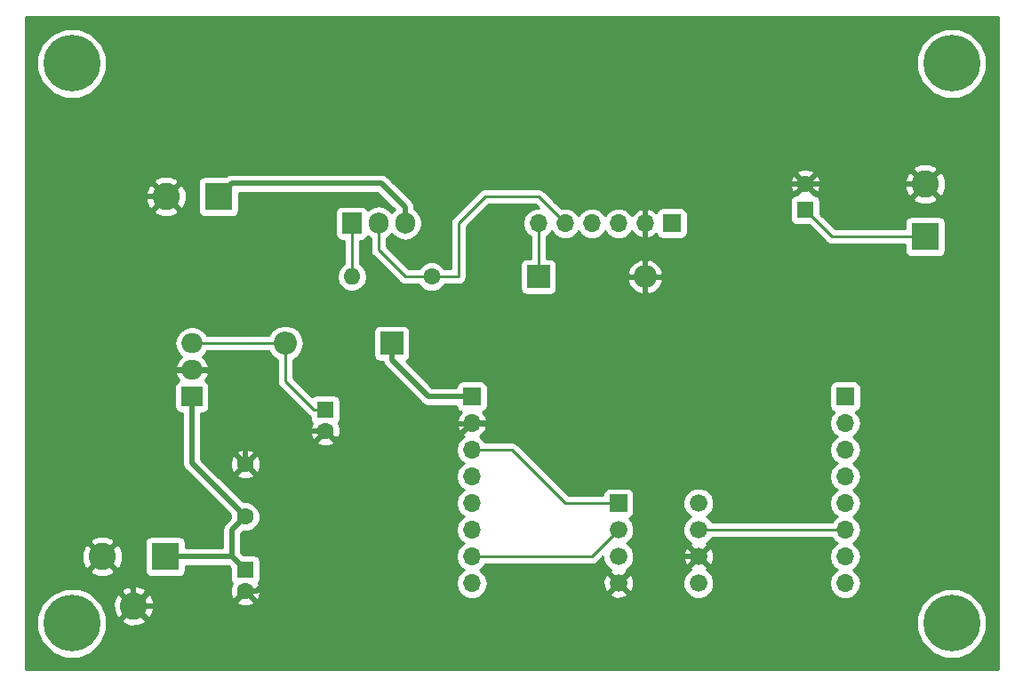
<source format=gbl>
G04 #@! TF.GenerationSoftware,KiCad,Pcbnew,5.0.2+dfsg1-1~bpo9+1*
G04 #@! TF.CreationDate,2019-05-27T08:16:01+01:00*
G04 #@! TF.ProjectId,PSU,5053552e-6b69-4636-9164-5f7063625858,rev?*
G04 #@! TF.SameCoordinates,Original*
G04 #@! TF.FileFunction,Copper,L2,Bot*
G04 #@! TF.FilePolarity,Positive*
%FSLAX46Y46*%
G04 Gerber Fmt 4.6, Leading zero omitted, Abs format (unit mm)*
G04 Created by KiCad (PCBNEW 5.0.2+dfsg1-1~bpo9+1) date Mon 27 May 2019 08:16:01 IST*
%MOMM*%
%LPD*%
G01*
G04 APERTURE LIST*
G04 #@! TA.AperFunction,ComponentPad*
%ADD10C,5.400000*%
G04 #@! TD*
G04 #@! TA.AperFunction,ComponentPad*
%ADD11C,1.600000*%
G04 #@! TD*
G04 #@! TA.AperFunction,ComponentPad*
%ADD12R,1.600000X1.600000*%
G04 #@! TD*
G04 #@! TA.AperFunction,ComponentPad*
%ADD13R,2.600000X2.600000*%
G04 #@! TD*
G04 #@! TA.AperFunction,ComponentPad*
%ADD14C,2.600000*%
G04 #@! TD*
G04 #@! TA.AperFunction,ComponentPad*
%ADD15R,1.700000X1.700000*%
G04 #@! TD*
G04 #@! TA.AperFunction,ComponentPad*
%ADD16O,1.700000X1.700000*%
G04 #@! TD*
G04 #@! TA.AperFunction,ComponentPad*
%ADD17O,2.200000X2.200000*%
G04 #@! TD*
G04 #@! TA.AperFunction,ComponentPad*
%ADD18R,2.200000X2.200000*%
G04 #@! TD*
G04 #@! TA.AperFunction,ComponentPad*
%ADD19O,2.000000X1.905000*%
G04 #@! TD*
G04 #@! TA.AperFunction,ComponentPad*
%ADD20R,2.000000X1.905000*%
G04 #@! TD*
G04 #@! TA.AperFunction,ComponentPad*
%ADD21R,1.905000X2.000000*%
G04 #@! TD*
G04 #@! TA.AperFunction,ComponentPad*
%ADD22O,1.905000X2.000000*%
G04 #@! TD*
G04 #@! TA.AperFunction,ComponentPad*
%ADD23O,1.600000X1.600000*%
G04 #@! TD*
G04 #@! TA.AperFunction,ComponentPad*
%ADD24R,1.676400X1.676400*%
G04 #@! TD*
G04 #@! TA.AperFunction,ComponentPad*
%ADD25C,1.676400*%
G04 #@! TD*
G04 #@! TA.AperFunction,Conductor*
%ADD26C,0.250000*%
G04 #@! TD*
G04 #@! TA.AperFunction,Conductor*
%ADD27C,0.500000*%
G04 #@! TD*
G04 #@! TA.AperFunction,Conductor*
%ADD28C,0.254000*%
G04 #@! TD*
G04 APERTURE END LIST*
D10*
G04 #@! TO.P,REF\002A\002A,1*
G04 #@! TO.N,N/C*
X43180000Y-90170000D03*
G04 #@! TD*
G04 #@! TO.P,REF\002A\002A,1*
G04 #@! TO.N,N/C*
X127000000Y-90170000D03*
G04 #@! TD*
G04 #@! TO.P,REF\002A\002A,1*
G04 #@! TO.N,N/C*
X127000000Y-36830000D03*
G04 #@! TD*
D11*
G04 #@! TO.P,C3,2*
G04 #@! TO.N,GND*
X67310000Y-71850000D03*
D12*
G04 #@! TO.P,C3,1*
G04 #@! TO.N,Net-(C3-Pad1)*
X67310000Y-69850000D03*
G04 #@! TD*
G04 #@! TO.P,C1,1*
G04 #@! TO.N,+15V*
X59690000Y-85090000D03*
D11*
G04 #@! TO.P,C1,2*
G04 #@! TO.N,GND*
X59690000Y-87090000D03*
G04 #@! TD*
D12*
G04 #@! TO.P,C4,1*
G04 #@! TO.N,Net-(C4-Pad1)*
X113030000Y-50800000D03*
D11*
G04 #@! TO.P,C4,2*
G04 #@! TO.N,GND*
X113030000Y-48300000D03*
G04 #@! TD*
G04 #@! TO.P,C2,1*
G04 #@! TO.N,+15V*
X59690000Y-80010000D03*
G04 #@! TO.P,C2,2*
G04 #@! TO.N,GND*
X59690000Y-75010000D03*
G04 #@! TD*
D13*
G04 #@! TO.P,J2,1*
G04 #@! TO.N,+15V*
X52070000Y-83820000D03*
D14*
G04 #@! TO.P,J2,2*
G04 #@! TO.N,GND*
X46070000Y-83820000D03*
G04 #@! TO.P,J2,3*
X49070000Y-88520000D03*
G04 #@! TD*
D15*
G04 #@! TO.P,J4,1*
G04 #@! TO.N,+5V*
X100330000Y-52070000D03*
D16*
G04 #@! TO.P,J4,2*
G04 #@! TO.N,GND*
X97790000Y-52070000D03*
G04 #@! TO.P,J4,3*
G04 #@! TO.N,Net-(J4-Pad3)*
X95250000Y-52070000D03*
G04 #@! TO.P,J4,4*
G04 #@! TO.N,Net-(J4-Pad4)*
X92710000Y-52070000D03*
G04 #@! TO.P,J4,5*
G04 #@! TO.N,Net-(J4-Pad5)*
X90170000Y-52070000D03*
G04 #@! TO.P,J4,6*
G04 #@! TO.N,Net-(C4-Pad1)*
X87630000Y-52070000D03*
G04 #@! TD*
G04 #@! TO.P,J6,8*
G04 #@! TO.N,Net-(J6-Pad8)*
X116840000Y-86360000D03*
G04 #@! TO.P,J6,7*
G04 #@! TO.N,Net-(J6-Pad7)*
X116840000Y-83820000D03*
G04 #@! TO.P,J6,6*
G04 #@! TO.N,Net-(J6-Pad6)*
X116840000Y-81280000D03*
G04 #@! TO.P,J6,5*
G04 #@! TO.N,Net-(J6-Pad5)*
X116840000Y-78740000D03*
G04 #@! TO.P,J6,4*
G04 #@! TO.N,Net-(J6-Pad4)*
X116840000Y-76200000D03*
G04 #@! TO.P,J6,3*
G04 #@! TO.N,Net-(J6-Pad3)*
X116840000Y-73660000D03*
G04 #@! TO.P,J6,2*
G04 #@! TO.N,Net-(J6-Pad2)*
X116840000Y-71120000D03*
D15*
G04 #@! TO.P,J6,1*
G04 #@! TO.N,Net-(J6-Pad1)*
X116840000Y-68580000D03*
G04 #@! TD*
G04 #@! TO.P,J5,1*
G04 #@! TO.N,+5V*
X81280000Y-68580000D03*
D16*
G04 #@! TO.P,J5,2*
G04 #@! TO.N,GND*
X81280000Y-71120000D03*
G04 #@! TO.P,J5,3*
G04 #@! TO.N,Net-(J5-Pad3)*
X81280000Y-73660000D03*
G04 #@! TO.P,J5,4*
G04 #@! TO.N,Net-(J5-Pad4)*
X81280000Y-76200000D03*
G04 #@! TO.P,J5,5*
G04 #@! TO.N,Net-(J4-Pad4)*
X81280000Y-78740000D03*
G04 #@! TO.P,J5,6*
G04 #@! TO.N,Net-(J4-Pad3)*
X81280000Y-81280000D03*
G04 #@! TO.P,J5,7*
G04 #@! TO.N,Net-(J5-Pad7)*
X81280000Y-83820000D03*
G04 #@! TO.P,J5,8*
G04 #@! TO.N,Net-(J5-Pad8)*
X81280000Y-86360000D03*
G04 #@! TD*
D17*
G04 #@! TO.P,D2,2*
G04 #@! TO.N,GND*
X97790000Y-57150000D03*
D18*
G04 #@! TO.P,D2,1*
G04 #@! TO.N,Net-(C4-Pad1)*
X87630000Y-57150000D03*
G04 #@! TD*
G04 #@! TO.P,D1,1*
G04 #@! TO.N,+5V*
X73660000Y-63500000D03*
D17*
G04 #@! TO.P,D1,2*
G04 #@! TO.N,Net-(C3-Pad1)*
X63500000Y-63500000D03*
G04 #@! TD*
D19*
G04 #@! TO.P,U1,3*
G04 #@! TO.N,Net-(C3-Pad1)*
X54610000Y-63500000D03*
G04 #@! TO.P,U1,2*
G04 #@! TO.N,GND*
X54610000Y-66040000D03*
D20*
G04 #@! TO.P,U1,1*
G04 #@! TO.N,+15V*
X54610000Y-68580000D03*
G04 #@! TD*
D21*
G04 #@! TO.P,Q1,1*
G04 #@! TO.N,Net-(Q1-Pad1)*
X69850000Y-52070000D03*
D22*
G04 #@! TO.P,Q1,2*
G04 #@! TO.N,Net-(J4-Pad5)*
X72390000Y-52070000D03*
G04 #@! TO.P,Q1,3*
G04 #@! TO.N,+15V*
X74930000Y-52070000D03*
G04 #@! TD*
D11*
G04 #@! TO.P,R1,1*
G04 #@! TO.N,Net-(J4-Pad5)*
X77470000Y-57150000D03*
D23*
G04 #@! TO.P,R1,2*
G04 #@! TO.N,Net-(Q1-Pad1)*
X69850000Y-57150000D03*
G04 #@! TD*
D14*
G04 #@! TO.P,J3,2*
G04 #@! TO.N,GND*
X124460000Y-48340000D03*
D13*
G04 #@! TO.P,J3,1*
G04 #@! TO.N,Net-(C4-Pad1)*
X124460000Y-53340000D03*
G04 #@! TD*
G04 #@! TO.P,J1,1*
G04 #@! TO.N,+15V*
X57150000Y-49530000D03*
D14*
G04 #@! TO.P,J1,2*
G04 #@! TO.N,GND*
X52150000Y-49530000D03*
G04 #@! TD*
D24*
G04 #@! TO.P,U2,1*
G04 #@! TO.N,Net-(J5-Pad3)*
X95250000Y-78740000D03*
D25*
G04 #@! TO.P,U2,2*
G04 #@! TO.N,Net-(J5-Pad7)*
X95250000Y-81280000D03*
G04 #@! TO.P,U2,3*
G04 #@! TO.N,Net-(U2-Pad3)*
X95250000Y-83820000D03*
G04 #@! TO.P,U2,4*
G04 #@! TO.N,GND*
X95250000Y-86360000D03*
G04 #@! TO.P,U2,5*
G04 #@! TO.N,Net-(Q1-Pad1)*
X102870000Y-86360000D03*
G04 #@! TO.P,U2,6*
G04 #@! TO.N,GND*
X102870000Y-83820000D03*
G04 #@! TO.P,U2,7*
G04 #@! TO.N,Net-(J6-Pad6)*
X102870000Y-81280000D03*
G04 #@! TO.P,U2,8*
G04 #@! TO.N,+5V*
X102870000Y-78740000D03*
G04 #@! TD*
D10*
G04 #@! TO.P,REF\002A\002A,1*
G04 #@! TO.N,N/C*
X43180000Y-36830000D03*
G04 #@! TD*
D26*
G04 #@! TO.N,Net-(J5-Pad3)*
X81280000Y-73660000D02*
X85090000Y-73660000D01*
X90170000Y-78740000D02*
X95250000Y-78740000D01*
X85090000Y-73660000D02*
X90170000Y-78740000D01*
G04 #@! TO.N,Net-(J5-Pad7)*
X81280000Y-83820000D02*
X92710000Y-83820000D01*
X92710000Y-83820000D02*
X95250000Y-81280000D01*
D27*
G04 #@! TO.N,GND*
X49070000Y-86820000D02*
X49070000Y-88520000D01*
X46070000Y-83820000D02*
X49070000Y-86820000D01*
X58260000Y-88520000D02*
X59690000Y-87090000D01*
X49070000Y-88520000D02*
X58260000Y-88520000D01*
X52150000Y-49530000D02*
X49530000Y-49530000D01*
X49530000Y-49530000D02*
X48260000Y-50800000D01*
X48260000Y-50800000D02*
X48260000Y-63500000D01*
X50800000Y-66040000D02*
X54610000Y-66040000D01*
X48260000Y-63500000D02*
X50800000Y-66040000D01*
X97790000Y-83820000D02*
X102870000Y-83820000D01*
X95250000Y-86360000D02*
X97790000Y-83820000D01*
X59690000Y-75010000D02*
X59690000Y-73660000D01*
X61500000Y-71850000D02*
X67310000Y-71850000D01*
X59690000Y-73660000D02*
X61500000Y-71850000D01*
X80430001Y-71969999D02*
X81280000Y-71120000D01*
X79750001Y-72649999D02*
X80430001Y-71969999D01*
X68109999Y-72649999D02*
X79750001Y-72649999D01*
X67310000Y-71850000D02*
X68109999Y-72649999D01*
X54610000Y-66040000D02*
X59690000Y-66040000D01*
X59690000Y-70040000D02*
X61500000Y-71850000D01*
X59690000Y-66040000D02*
X59690000Y-70040000D01*
X97790000Y-63500000D02*
X97790000Y-52070000D01*
X90170000Y-71120000D02*
X97790000Y-63500000D01*
X81280000Y-71120000D02*
X90170000Y-71120000D01*
X90170000Y-71120000D02*
X93980000Y-71120000D01*
X97790000Y-74930000D02*
X97790000Y-83820000D01*
X93980000Y-71120000D02*
X97790000Y-74930000D01*
X113030000Y-48300000D02*
X100290000Y-48300000D01*
X97790000Y-50800000D02*
X97790000Y-52070000D01*
X100290000Y-48300000D02*
X97790000Y-50800000D01*
X124420000Y-48300000D02*
X124460000Y-48340000D01*
X113030000Y-48300000D02*
X124420000Y-48300000D01*
X60821370Y-87090000D02*
X62230000Y-85681370D01*
X59690000Y-87090000D02*
X60821370Y-87090000D01*
X62230000Y-85681370D02*
X62230000Y-77470000D01*
X62150000Y-77470000D02*
X59690000Y-75010000D01*
X62230000Y-77470000D02*
X62150000Y-77470000D01*
D26*
G04 #@! TO.N,Net-(Q1-Pad1)*
X69850000Y-57150000D02*
X69850000Y-52070000D01*
G04 #@! TO.N,Net-(J6-Pad6)*
X102870000Y-81280000D02*
X116840000Y-81280000D01*
D27*
G04 #@! TO.N,+5V*
X77140000Y-68580000D02*
X81280000Y-68580000D01*
X73660000Y-65100000D02*
X77140000Y-68580000D01*
X73660000Y-63500000D02*
X73660000Y-65100000D01*
G04 #@! TO.N,+15V*
X58420000Y-83820000D02*
X59690000Y-85090000D01*
X52070000Y-83820000D02*
X58420000Y-83820000D01*
X58420000Y-81280000D02*
X59690000Y-80010000D01*
X58420000Y-83820000D02*
X58420000Y-81280000D01*
X54610000Y-74930000D02*
X54610000Y-68580000D01*
X59690000Y-80010000D02*
X54610000Y-74930000D01*
X74930000Y-50570000D02*
X72620000Y-48260000D01*
X74930000Y-52070000D02*
X74930000Y-50570000D01*
X72620000Y-48260000D02*
X58420000Y-48260000D01*
X58420000Y-48260000D02*
X57150000Y-49530000D01*
D26*
G04 #@! TO.N,Net-(C4-Pad1)*
X87630000Y-57150000D02*
X87630000Y-52070000D01*
X113030000Y-50800000D02*
X115570000Y-53340000D01*
X115570000Y-53340000D02*
X124460000Y-53340000D01*
G04 #@! TO.N,Net-(J4-Pad5)*
X72390000Y-52070000D02*
X72390000Y-54610000D01*
X74930000Y-57150000D02*
X77470000Y-57150000D01*
X72390000Y-54610000D02*
X74930000Y-57150000D01*
X77470000Y-57150000D02*
X80010000Y-57150000D01*
X80010000Y-57150000D02*
X80010000Y-52070000D01*
X80010000Y-52070000D02*
X82550000Y-49530000D01*
X87630000Y-49530000D02*
X90170000Y-52070000D01*
X82550000Y-49530000D02*
X87630000Y-49530000D01*
G04 #@! TO.N,Net-(C3-Pad1)*
X54610000Y-63500000D02*
X63500000Y-63500000D01*
X66260000Y-69850000D02*
X67310000Y-69850000D01*
X63500000Y-67090000D02*
X66260000Y-69850000D01*
X63500000Y-63500000D02*
X63500000Y-67090000D01*
G04 #@! TD*
D28*
G04 #@! TO.N,GND*
G36*
X131395001Y-94565000D02*
X38785000Y-94565000D01*
X38785000Y-89506627D01*
X39845000Y-89506627D01*
X39845000Y-90833373D01*
X40352723Y-92059126D01*
X41290874Y-92997277D01*
X42516627Y-93505000D01*
X43843373Y-93505000D01*
X45069126Y-92997277D01*
X46007277Y-92059126D01*
X46515000Y-90833373D01*
X46515000Y-89889459D01*
X47880146Y-89889459D01*
X48015504Y-90187455D01*
X48733880Y-90464066D01*
X49503427Y-90444710D01*
X50124496Y-90187455D01*
X50259854Y-89889459D01*
X49070000Y-88699605D01*
X47880146Y-89889459D01*
X46515000Y-89889459D01*
X46515000Y-89506627D01*
X46007277Y-88280874D01*
X45910283Y-88183880D01*
X47125934Y-88183880D01*
X47145290Y-88953427D01*
X47402545Y-89574496D01*
X47700541Y-89709854D01*
X48890395Y-88520000D01*
X49249605Y-88520000D01*
X50439459Y-89709854D01*
X50737455Y-89574496D01*
X50763587Y-89506627D01*
X123665000Y-89506627D01*
X123665000Y-90833373D01*
X124172723Y-92059126D01*
X125110874Y-92997277D01*
X126336627Y-93505000D01*
X127663373Y-93505000D01*
X128889126Y-92997277D01*
X129827277Y-92059126D01*
X130335000Y-90833373D01*
X130335000Y-89506627D01*
X129827277Y-88280874D01*
X128889126Y-87342723D01*
X127663373Y-86835000D01*
X126336627Y-86835000D01*
X125110874Y-87342723D01*
X124172723Y-88280874D01*
X123665000Y-89506627D01*
X50763587Y-89506627D01*
X51014066Y-88856120D01*
X50994992Y-88097745D01*
X58861861Y-88097745D01*
X58935995Y-88343864D01*
X59473223Y-88536965D01*
X60043454Y-88509778D01*
X60444005Y-88343864D01*
X60518139Y-88097745D01*
X59690000Y-87269605D01*
X58861861Y-88097745D01*
X50994992Y-88097745D01*
X50994710Y-88086573D01*
X50737455Y-87465504D01*
X50439459Y-87330146D01*
X49249605Y-88520000D01*
X48890395Y-88520000D01*
X47700541Y-87330146D01*
X47402545Y-87465504D01*
X47125934Y-88183880D01*
X45910283Y-88183880D01*
X45069126Y-87342723D01*
X44605158Y-87150541D01*
X47880146Y-87150541D01*
X49070000Y-88340395D01*
X50259854Y-87150541D01*
X50124496Y-86852545D01*
X49406120Y-86575934D01*
X48636573Y-86595290D01*
X48015504Y-86852545D01*
X47880146Y-87150541D01*
X44605158Y-87150541D01*
X43843373Y-86835000D01*
X42516627Y-86835000D01*
X41290874Y-87342723D01*
X40352723Y-88280874D01*
X39845000Y-89506627D01*
X38785000Y-89506627D01*
X38785000Y-85189459D01*
X44880146Y-85189459D01*
X45015504Y-85487455D01*
X45733880Y-85764066D01*
X46503427Y-85744710D01*
X47124496Y-85487455D01*
X47259854Y-85189459D01*
X46070000Y-83999605D01*
X44880146Y-85189459D01*
X38785000Y-85189459D01*
X38785000Y-83483880D01*
X44125934Y-83483880D01*
X44145290Y-84253427D01*
X44402545Y-84874496D01*
X44700541Y-85009854D01*
X45890395Y-83820000D01*
X46249605Y-83820000D01*
X47439459Y-85009854D01*
X47737455Y-84874496D01*
X48014066Y-84156120D01*
X47994710Y-83386573D01*
X47737455Y-82765504D01*
X47439459Y-82630146D01*
X46249605Y-83820000D01*
X45890395Y-83820000D01*
X44700541Y-82630146D01*
X44402545Y-82765504D01*
X44125934Y-83483880D01*
X38785000Y-83483880D01*
X38785000Y-82450541D01*
X44880146Y-82450541D01*
X46070000Y-83640395D01*
X47190395Y-82520000D01*
X50122560Y-82520000D01*
X50122560Y-85120000D01*
X50171843Y-85367765D01*
X50312191Y-85577809D01*
X50522235Y-85718157D01*
X50770000Y-85767440D01*
X53370000Y-85767440D01*
X53617765Y-85718157D01*
X53827809Y-85577809D01*
X53968157Y-85367765D01*
X54017440Y-85120000D01*
X54017440Y-84705000D01*
X58053422Y-84705000D01*
X58242560Y-84894138D01*
X58242560Y-85890000D01*
X58291843Y-86137765D01*
X58431995Y-86347516D01*
X58243035Y-86873223D01*
X58270222Y-87443454D01*
X58436136Y-87844005D01*
X58682255Y-87918139D01*
X59510395Y-87090000D01*
X59496252Y-87075858D01*
X59675858Y-86896253D01*
X59690000Y-86910395D01*
X59704143Y-86896253D01*
X59883748Y-87075858D01*
X59869605Y-87090000D01*
X60697745Y-87918139D01*
X60943864Y-87844005D01*
X61136965Y-87306777D01*
X61109778Y-86736546D01*
X60948395Y-86346933D01*
X61088157Y-86137765D01*
X61137440Y-85890000D01*
X61137440Y-84290000D01*
X61088157Y-84042235D01*
X60947809Y-83832191D01*
X60737765Y-83691843D01*
X60490000Y-83642560D01*
X59494138Y-83642560D01*
X59305000Y-83453422D01*
X59305000Y-81646578D01*
X59506578Y-81445000D01*
X59975439Y-81445000D01*
X60502862Y-81226534D01*
X60906534Y-80822862D01*
X61125000Y-80295439D01*
X61125000Y-79724561D01*
X60906534Y-79197138D01*
X60502862Y-78793466D01*
X59975439Y-78575000D01*
X59506579Y-78575000D01*
X56949324Y-76017745D01*
X58861861Y-76017745D01*
X58935995Y-76263864D01*
X59473223Y-76456965D01*
X60043454Y-76429778D01*
X60444005Y-76263864D01*
X60518139Y-76017745D01*
X59690000Y-75189605D01*
X58861861Y-76017745D01*
X56949324Y-76017745D01*
X55724802Y-74793223D01*
X58243035Y-74793223D01*
X58270222Y-75363454D01*
X58436136Y-75764005D01*
X58682255Y-75838139D01*
X59510395Y-75010000D01*
X59869605Y-75010000D01*
X60697745Y-75838139D01*
X60943864Y-75764005D01*
X61136965Y-75226777D01*
X61109778Y-74656546D01*
X60943864Y-74255995D01*
X60697745Y-74181861D01*
X59869605Y-75010000D01*
X59510395Y-75010000D01*
X58682255Y-74181861D01*
X58436136Y-74255995D01*
X58243035Y-74793223D01*
X55724802Y-74793223D01*
X55495000Y-74563422D01*
X55495000Y-74002255D01*
X58861861Y-74002255D01*
X59690000Y-74830395D01*
X60518139Y-74002255D01*
X60444005Y-73756136D01*
X60176545Y-73660000D01*
X79765908Y-73660000D01*
X79881161Y-74239418D01*
X80209375Y-74730625D01*
X80507761Y-74930000D01*
X80209375Y-75129375D01*
X79881161Y-75620582D01*
X79765908Y-76200000D01*
X79881161Y-76779418D01*
X80209375Y-77270625D01*
X80507761Y-77470000D01*
X80209375Y-77669375D01*
X79881161Y-78160582D01*
X79765908Y-78740000D01*
X79881161Y-79319418D01*
X80209375Y-79810625D01*
X80507761Y-80010000D01*
X80209375Y-80209375D01*
X79881161Y-80700582D01*
X79765908Y-81280000D01*
X79881161Y-81859418D01*
X80209375Y-82350625D01*
X80507761Y-82550000D01*
X80209375Y-82749375D01*
X79881161Y-83240582D01*
X79765908Y-83820000D01*
X79881161Y-84399418D01*
X80209375Y-84890625D01*
X80507761Y-85090000D01*
X80209375Y-85289375D01*
X79881161Y-85780582D01*
X79765908Y-86360000D01*
X79881161Y-86939418D01*
X80209375Y-87430625D01*
X80700582Y-87758839D01*
X81133744Y-87845000D01*
X81426256Y-87845000D01*
X81859418Y-87758839D01*
X82350625Y-87430625D01*
X82374152Y-87395413D01*
X94394192Y-87395413D01*
X94473017Y-87645490D01*
X95024097Y-87844977D01*
X95609569Y-87818389D01*
X96026983Y-87645490D01*
X96105808Y-87395413D01*
X95250000Y-86539605D01*
X94394192Y-87395413D01*
X82374152Y-87395413D01*
X82678839Y-86939418D01*
X82794092Y-86360000D01*
X82749158Y-86134097D01*
X93765023Y-86134097D01*
X93791611Y-86719569D01*
X93964510Y-87136983D01*
X94214587Y-87215808D01*
X95070395Y-86360000D01*
X95429605Y-86360000D01*
X96285413Y-87215808D01*
X96535490Y-87136983D01*
X96734977Y-86585903D01*
X96711411Y-86066962D01*
X101396800Y-86066962D01*
X101396800Y-86653038D01*
X101621081Y-87194501D01*
X102035499Y-87608919D01*
X102576962Y-87833200D01*
X103163038Y-87833200D01*
X103704501Y-87608919D01*
X104118919Y-87194501D01*
X104343200Y-86653038D01*
X104343200Y-86066962D01*
X104118919Y-85525499D01*
X103704501Y-85111081D01*
X103652067Y-85089362D01*
X103725808Y-84855413D01*
X102870000Y-83999605D01*
X102014192Y-84855413D01*
X102087933Y-85089362D01*
X102035499Y-85111081D01*
X101621081Y-85525499D01*
X101396800Y-86066962D01*
X96711411Y-86066962D01*
X96708389Y-86000431D01*
X96535490Y-85583017D01*
X96285413Y-85504192D01*
X95429605Y-86360000D01*
X95070395Y-86360000D01*
X94214587Y-85504192D01*
X93964510Y-85583017D01*
X93765023Y-86134097D01*
X82749158Y-86134097D01*
X82678839Y-85780582D01*
X82350625Y-85289375D01*
X82052239Y-85090000D01*
X82350625Y-84890625D01*
X82558178Y-84580000D01*
X92635153Y-84580000D01*
X92710000Y-84594888D01*
X92784847Y-84580000D01*
X92784852Y-84580000D01*
X93006537Y-84535904D01*
X93257929Y-84367929D01*
X93300331Y-84304470D01*
X93776800Y-83828001D01*
X93776800Y-84113038D01*
X94001081Y-84654501D01*
X94415499Y-85068919D01*
X94467933Y-85090638D01*
X94394192Y-85324587D01*
X95250000Y-86180395D01*
X96105808Y-85324587D01*
X96032067Y-85090638D01*
X96084501Y-85068919D01*
X96498919Y-84654501D01*
X96723200Y-84113038D01*
X96723200Y-83594097D01*
X101385023Y-83594097D01*
X101411611Y-84179569D01*
X101584510Y-84596983D01*
X101834587Y-84675808D01*
X102690395Y-83820000D01*
X103049605Y-83820000D01*
X103905413Y-84675808D01*
X104155490Y-84596983D01*
X104354977Y-84045903D01*
X104328389Y-83460431D01*
X104155490Y-83043017D01*
X103905413Y-82964192D01*
X103049605Y-83820000D01*
X102690395Y-83820000D01*
X101834587Y-82964192D01*
X101584510Y-83043017D01*
X101385023Y-83594097D01*
X96723200Y-83594097D01*
X96723200Y-83526962D01*
X96498919Y-82985499D01*
X96084501Y-82571081D01*
X96033607Y-82550000D01*
X96084501Y-82528919D01*
X96498919Y-82114501D01*
X96723200Y-81573038D01*
X96723200Y-80986962D01*
X96498919Y-80445499D01*
X96247395Y-80193975D01*
X96335965Y-80176357D01*
X96546009Y-80036009D01*
X96686357Y-79825965D01*
X96735640Y-79578200D01*
X96735640Y-78446962D01*
X101396800Y-78446962D01*
X101396800Y-79033038D01*
X101621081Y-79574501D01*
X102035499Y-79988919D01*
X102086393Y-80010000D01*
X102035499Y-80031081D01*
X101621081Y-80445499D01*
X101396800Y-80986962D01*
X101396800Y-81573038D01*
X101621081Y-82114501D01*
X102035499Y-82528919D01*
X102087933Y-82550638D01*
X102014192Y-82784587D01*
X102870000Y-83640395D01*
X103725808Y-82784587D01*
X103652067Y-82550638D01*
X103704501Y-82528919D01*
X104118919Y-82114501D01*
X104149778Y-82040000D01*
X115561822Y-82040000D01*
X115769375Y-82350625D01*
X116067761Y-82550000D01*
X115769375Y-82749375D01*
X115441161Y-83240582D01*
X115325908Y-83820000D01*
X115441161Y-84399418D01*
X115769375Y-84890625D01*
X116067761Y-85090000D01*
X115769375Y-85289375D01*
X115441161Y-85780582D01*
X115325908Y-86360000D01*
X115441161Y-86939418D01*
X115769375Y-87430625D01*
X116260582Y-87758839D01*
X116693744Y-87845000D01*
X116986256Y-87845000D01*
X117419418Y-87758839D01*
X117910625Y-87430625D01*
X118238839Y-86939418D01*
X118354092Y-86360000D01*
X118238839Y-85780582D01*
X117910625Y-85289375D01*
X117612239Y-85090000D01*
X117910625Y-84890625D01*
X118238839Y-84399418D01*
X118354092Y-83820000D01*
X118238839Y-83240582D01*
X117910625Y-82749375D01*
X117612239Y-82550000D01*
X117910625Y-82350625D01*
X118238839Y-81859418D01*
X118354092Y-81280000D01*
X118238839Y-80700582D01*
X117910625Y-80209375D01*
X117612239Y-80010000D01*
X117910625Y-79810625D01*
X118238839Y-79319418D01*
X118354092Y-78740000D01*
X118238839Y-78160582D01*
X117910625Y-77669375D01*
X117612239Y-77470000D01*
X117910625Y-77270625D01*
X118238839Y-76779418D01*
X118354092Y-76200000D01*
X118238839Y-75620582D01*
X117910625Y-75129375D01*
X117612239Y-74930000D01*
X117910625Y-74730625D01*
X118238839Y-74239418D01*
X118354092Y-73660000D01*
X118238839Y-73080582D01*
X117910625Y-72589375D01*
X117612239Y-72390000D01*
X117910625Y-72190625D01*
X118238839Y-71699418D01*
X118354092Y-71120000D01*
X118238839Y-70540582D01*
X117910625Y-70049375D01*
X117892381Y-70037184D01*
X117937765Y-70028157D01*
X118147809Y-69887809D01*
X118288157Y-69677765D01*
X118337440Y-69430000D01*
X118337440Y-67730000D01*
X118288157Y-67482235D01*
X118147809Y-67272191D01*
X117937765Y-67131843D01*
X117690000Y-67082560D01*
X115990000Y-67082560D01*
X115742235Y-67131843D01*
X115532191Y-67272191D01*
X115391843Y-67482235D01*
X115342560Y-67730000D01*
X115342560Y-69430000D01*
X115391843Y-69677765D01*
X115532191Y-69887809D01*
X115742235Y-70028157D01*
X115787619Y-70037184D01*
X115769375Y-70049375D01*
X115441161Y-70540582D01*
X115325908Y-71120000D01*
X115441161Y-71699418D01*
X115769375Y-72190625D01*
X116067761Y-72390000D01*
X115769375Y-72589375D01*
X115441161Y-73080582D01*
X115325908Y-73660000D01*
X115441161Y-74239418D01*
X115769375Y-74730625D01*
X116067761Y-74930000D01*
X115769375Y-75129375D01*
X115441161Y-75620582D01*
X115325908Y-76200000D01*
X115441161Y-76779418D01*
X115769375Y-77270625D01*
X116067761Y-77470000D01*
X115769375Y-77669375D01*
X115441161Y-78160582D01*
X115325908Y-78740000D01*
X115441161Y-79319418D01*
X115769375Y-79810625D01*
X116067761Y-80010000D01*
X115769375Y-80209375D01*
X115561822Y-80520000D01*
X104149778Y-80520000D01*
X104118919Y-80445499D01*
X103704501Y-80031081D01*
X103653607Y-80010000D01*
X103704501Y-79988919D01*
X104118919Y-79574501D01*
X104343200Y-79033038D01*
X104343200Y-78446962D01*
X104118919Y-77905499D01*
X103704501Y-77491081D01*
X103163038Y-77266800D01*
X102576962Y-77266800D01*
X102035499Y-77491081D01*
X101621081Y-77905499D01*
X101396800Y-78446962D01*
X96735640Y-78446962D01*
X96735640Y-77901800D01*
X96686357Y-77654035D01*
X96546009Y-77443991D01*
X96335965Y-77303643D01*
X96088200Y-77254360D01*
X94411800Y-77254360D01*
X94164035Y-77303643D01*
X93953991Y-77443991D01*
X93813643Y-77654035D01*
X93764360Y-77901800D01*
X93764360Y-77980000D01*
X90484802Y-77980000D01*
X85680331Y-73175530D01*
X85637929Y-73112071D01*
X85386537Y-72944096D01*
X85164852Y-72900000D01*
X85164847Y-72900000D01*
X85090000Y-72885112D01*
X85015153Y-72900000D01*
X82558178Y-72900000D01*
X82350625Y-72589375D01*
X82031522Y-72376157D01*
X82161358Y-72315183D01*
X82551645Y-71886924D01*
X82721476Y-71476890D01*
X82600155Y-71247000D01*
X81407000Y-71247000D01*
X81407000Y-71267000D01*
X81153000Y-71267000D01*
X81153000Y-71247000D01*
X79959845Y-71247000D01*
X79838524Y-71476890D01*
X80008355Y-71886924D01*
X80398642Y-72315183D01*
X80528478Y-72376157D01*
X80209375Y-72589375D01*
X79881161Y-73080582D01*
X79765908Y-73660000D01*
X60176545Y-73660000D01*
X59906777Y-73563035D01*
X59336546Y-73590222D01*
X58935995Y-73756136D01*
X58861861Y-74002255D01*
X55495000Y-74002255D01*
X55495000Y-72857745D01*
X66481861Y-72857745D01*
X66555995Y-73103864D01*
X67093223Y-73296965D01*
X67663454Y-73269778D01*
X68064005Y-73103864D01*
X68138139Y-72857745D01*
X67310000Y-72029605D01*
X66481861Y-72857745D01*
X55495000Y-72857745D01*
X55495000Y-70179940D01*
X55610000Y-70179940D01*
X55857765Y-70130657D01*
X56067809Y-69990309D01*
X56208157Y-69780265D01*
X56257440Y-69532500D01*
X56257440Y-67627500D01*
X56208157Y-67379735D01*
X56067809Y-67169691D01*
X55862857Y-67032745D01*
X55985973Y-66906924D01*
X56200563Y-66412980D01*
X56080594Y-66167000D01*
X54737000Y-66167000D01*
X54737000Y-66187000D01*
X54483000Y-66187000D01*
X54483000Y-66167000D01*
X53139406Y-66167000D01*
X53019437Y-66412980D01*
X53234027Y-66906924D01*
X53357143Y-67032745D01*
X53152191Y-67169691D01*
X53011843Y-67379735D01*
X52962560Y-67627500D01*
X52962560Y-69532500D01*
X53011843Y-69780265D01*
X53152191Y-69990309D01*
X53362235Y-70130657D01*
X53610000Y-70179940D01*
X53725001Y-70179940D01*
X53725000Y-74842839D01*
X53707663Y-74930000D01*
X53725000Y-75017161D01*
X53725000Y-75017164D01*
X53776348Y-75275309D01*
X53971951Y-75568049D01*
X54045847Y-75617425D01*
X58255000Y-79826579D01*
X58255000Y-80193422D01*
X57855845Y-80592577D01*
X57781952Y-80641951D01*
X57732578Y-80715844D01*
X57732576Y-80715846D01*
X57586348Y-80934691D01*
X57517663Y-81280000D01*
X57535001Y-81367165D01*
X57535000Y-82935000D01*
X54017440Y-82935000D01*
X54017440Y-82520000D01*
X53968157Y-82272235D01*
X53827809Y-82062191D01*
X53617765Y-81921843D01*
X53370000Y-81872560D01*
X50770000Y-81872560D01*
X50522235Y-81921843D01*
X50312191Y-82062191D01*
X50171843Y-82272235D01*
X50122560Y-82520000D01*
X47190395Y-82520000D01*
X47259854Y-82450541D01*
X47124496Y-82152545D01*
X46406120Y-81875934D01*
X45636573Y-81895290D01*
X45015504Y-82152545D01*
X44880146Y-82450541D01*
X38785000Y-82450541D01*
X38785000Y-63500000D01*
X52943900Y-63500000D01*
X53067109Y-64119411D01*
X53417977Y-64644523D01*
X53619474Y-64779159D01*
X53234027Y-65173076D01*
X53019437Y-65667020D01*
X53139406Y-65913000D01*
X54483000Y-65913000D01*
X54483000Y-65893000D01*
X54737000Y-65893000D01*
X54737000Y-65913000D01*
X56080594Y-65913000D01*
X56200563Y-65667020D01*
X55985973Y-65173076D01*
X55600526Y-64779159D01*
X55802023Y-64644523D01*
X56058953Y-64260000D01*
X61921150Y-64260000D01*
X62249135Y-64750865D01*
X62740000Y-65078851D01*
X62740001Y-67015148D01*
X62725112Y-67090000D01*
X62784097Y-67386537D01*
X62836907Y-67465572D01*
X62952072Y-67637929D01*
X63015528Y-67680329D01*
X65669673Y-70334476D01*
X65712071Y-70397929D01*
X65775524Y-70440327D01*
X65775526Y-70440329D01*
X65862560Y-70498483D01*
X65862560Y-70650000D01*
X65911843Y-70897765D01*
X66051995Y-71107516D01*
X65863035Y-71633223D01*
X65890222Y-72203454D01*
X66056136Y-72604005D01*
X66302255Y-72678139D01*
X67130395Y-71850000D01*
X67116252Y-71835858D01*
X67295858Y-71656253D01*
X67310000Y-71670395D01*
X67324143Y-71656253D01*
X67503748Y-71835858D01*
X67489605Y-71850000D01*
X68317745Y-72678139D01*
X68563864Y-72604005D01*
X68756965Y-72066777D01*
X68729778Y-71496546D01*
X68568395Y-71106933D01*
X68708157Y-70897765D01*
X68757440Y-70650000D01*
X68757440Y-69050000D01*
X68708157Y-68802235D01*
X68567809Y-68592191D01*
X68357765Y-68451843D01*
X68110000Y-68402560D01*
X66510000Y-68402560D01*
X66262235Y-68451843D01*
X66067059Y-68582256D01*
X64260000Y-66775199D01*
X64260000Y-65078850D01*
X64750865Y-64750865D01*
X65134334Y-64176963D01*
X65268990Y-63500000D01*
X65134334Y-62823037D01*
X64851670Y-62400000D01*
X71912560Y-62400000D01*
X71912560Y-64600000D01*
X71961843Y-64847765D01*
X72102191Y-65057809D01*
X72312235Y-65198157D01*
X72560000Y-65247440D01*
X72786990Y-65247440D01*
X72826348Y-65445309D01*
X72972576Y-65664154D01*
X72972578Y-65664156D01*
X73021952Y-65738049D01*
X73095845Y-65787423D01*
X76452577Y-69144156D01*
X76501951Y-69218049D01*
X76575844Y-69267423D01*
X76575845Y-69267424D01*
X76627698Y-69302071D01*
X76794690Y-69413652D01*
X77052835Y-69465000D01*
X77052839Y-69465000D01*
X77139999Y-69482337D01*
X77227159Y-69465000D01*
X79789522Y-69465000D01*
X79831843Y-69677765D01*
X79972191Y-69887809D01*
X80182235Y-70028157D01*
X80285708Y-70048739D01*
X80008355Y-70353076D01*
X79838524Y-70763110D01*
X79959845Y-70993000D01*
X81153000Y-70993000D01*
X81153000Y-70973000D01*
X81407000Y-70973000D01*
X81407000Y-70993000D01*
X82600155Y-70993000D01*
X82721476Y-70763110D01*
X82551645Y-70353076D01*
X82274292Y-70048739D01*
X82377765Y-70028157D01*
X82587809Y-69887809D01*
X82728157Y-69677765D01*
X82777440Y-69430000D01*
X82777440Y-67730000D01*
X82728157Y-67482235D01*
X82587809Y-67272191D01*
X82377765Y-67131843D01*
X82130000Y-67082560D01*
X80430000Y-67082560D01*
X80182235Y-67131843D01*
X79972191Y-67272191D01*
X79831843Y-67482235D01*
X79789522Y-67695000D01*
X77506579Y-67695000D01*
X75008946Y-65197368D01*
X75217809Y-65057809D01*
X75358157Y-64847765D01*
X75407440Y-64600000D01*
X75407440Y-62400000D01*
X75358157Y-62152235D01*
X75217809Y-61942191D01*
X75007765Y-61801843D01*
X74760000Y-61752560D01*
X72560000Y-61752560D01*
X72312235Y-61801843D01*
X72102191Y-61942191D01*
X71961843Y-62152235D01*
X71912560Y-62400000D01*
X64851670Y-62400000D01*
X64750865Y-62249135D01*
X64176963Y-61865666D01*
X63670880Y-61765000D01*
X63329120Y-61765000D01*
X62823037Y-61865666D01*
X62249135Y-62249135D01*
X61921150Y-62740000D01*
X56058953Y-62740000D01*
X55802023Y-62355477D01*
X55276911Y-62004609D01*
X54813850Y-61912500D01*
X54406150Y-61912500D01*
X53943089Y-62004609D01*
X53417977Y-62355477D01*
X53067109Y-62880589D01*
X52943900Y-63500000D01*
X38785000Y-63500000D01*
X38785000Y-50899459D01*
X50960146Y-50899459D01*
X51095504Y-51197455D01*
X51813880Y-51474066D01*
X52583427Y-51454710D01*
X53204496Y-51197455D01*
X53339854Y-50899459D01*
X52150000Y-49709605D01*
X50960146Y-50899459D01*
X38785000Y-50899459D01*
X38785000Y-49193880D01*
X50205934Y-49193880D01*
X50225290Y-49963427D01*
X50482545Y-50584496D01*
X50780541Y-50719854D01*
X51970395Y-49530000D01*
X52329605Y-49530000D01*
X53519459Y-50719854D01*
X53817455Y-50584496D01*
X54094066Y-49866120D01*
X54074710Y-49096573D01*
X53817455Y-48475504D01*
X53519459Y-48340146D01*
X52329605Y-49530000D01*
X51970395Y-49530000D01*
X50780541Y-48340146D01*
X50482545Y-48475504D01*
X50205934Y-49193880D01*
X38785000Y-49193880D01*
X38785000Y-48160541D01*
X50960146Y-48160541D01*
X52150000Y-49350395D01*
X53270395Y-48230000D01*
X55202560Y-48230000D01*
X55202560Y-50830000D01*
X55251843Y-51077765D01*
X55392191Y-51287809D01*
X55602235Y-51428157D01*
X55850000Y-51477440D01*
X58450000Y-51477440D01*
X58697765Y-51428157D01*
X58907809Y-51287809D01*
X59048157Y-51077765D01*
X59097440Y-50830000D01*
X59097440Y-49145000D01*
X72253422Y-49145000D01*
X73905921Y-50797499D01*
X73785477Y-50877977D01*
X73660000Y-51065767D01*
X73534523Y-50877977D01*
X73009410Y-50527109D01*
X72390000Y-50403900D01*
X71770589Y-50527109D01*
X71378509Y-50789088D01*
X71260309Y-50612191D01*
X71050265Y-50471843D01*
X70802500Y-50422560D01*
X68897500Y-50422560D01*
X68649735Y-50471843D01*
X68439691Y-50612191D01*
X68299343Y-50822235D01*
X68250060Y-51070000D01*
X68250060Y-53070000D01*
X68299343Y-53317765D01*
X68439691Y-53527809D01*
X68649735Y-53668157D01*
X68897500Y-53717440D01*
X69090001Y-53717440D01*
X69090000Y-55931956D01*
X68815423Y-56115423D01*
X68498260Y-56590091D01*
X68386887Y-57150000D01*
X68498260Y-57709909D01*
X68815423Y-58184577D01*
X69290091Y-58501740D01*
X69708667Y-58585000D01*
X69991333Y-58585000D01*
X70409909Y-58501740D01*
X70884577Y-58184577D01*
X71201740Y-57709909D01*
X71313113Y-57150000D01*
X71201740Y-56590091D01*
X70884577Y-56115423D01*
X70610000Y-55931957D01*
X70610000Y-53717440D01*
X70802500Y-53717440D01*
X71050265Y-53668157D01*
X71260309Y-53527809D01*
X71378509Y-53350912D01*
X71630001Y-53518952D01*
X71630001Y-54535148D01*
X71615112Y-54610000D01*
X71630001Y-54684852D01*
X71674097Y-54906537D01*
X71842072Y-55157929D01*
X71905528Y-55200329D01*
X74339673Y-57634476D01*
X74382071Y-57697929D01*
X74445524Y-57740327D01*
X74445526Y-57740329D01*
X74570902Y-57824102D01*
X74633463Y-57865904D01*
X74855148Y-57910000D01*
X74855152Y-57910000D01*
X74929999Y-57924888D01*
X75004846Y-57910000D01*
X76231570Y-57910000D01*
X76253466Y-57962862D01*
X76657138Y-58366534D01*
X77184561Y-58585000D01*
X77755439Y-58585000D01*
X78282862Y-58366534D01*
X78686534Y-57962862D01*
X78708430Y-57910000D01*
X79935148Y-57910000D01*
X80010000Y-57924889D01*
X80084852Y-57910000D01*
X80306537Y-57865904D01*
X80557929Y-57697929D01*
X80725904Y-57446537D01*
X80784889Y-57150000D01*
X80770000Y-57075148D01*
X80770000Y-52384801D01*
X82864803Y-50290000D01*
X87315199Y-50290000D01*
X87610199Y-50585000D01*
X87483744Y-50585000D01*
X87050582Y-50671161D01*
X86559375Y-50999375D01*
X86231161Y-51490582D01*
X86115908Y-52070000D01*
X86231161Y-52649418D01*
X86559375Y-53140625D01*
X86870001Y-53348178D01*
X86870000Y-55402560D01*
X86530000Y-55402560D01*
X86282235Y-55451843D01*
X86072191Y-55592191D01*
X85931843Y-55802235D01*
X85882560Y-56050000D01*
X85882560Y-58250000D01*
X85931843Y-58497765D01*
X86072191Y-58707809D01*
X86282235Y-58848157D01*
X86530000Y-58897440D01*
X88730000Y-58897440D01*
X88977765Y-58848157D01*
X89187809Y-58707809D01*
X89328157Y-58497765D01*
X89377440Y-58250000D01*
X89377440Y-57546122D01*
X96100825Y-57546122D01*
X96315466Y-58064332D01*
X96777608Y-58559012D01*
X97393877Y-58839183D01*
X97663000Y-58721604D01*
X97663000Y-57277000D01*
X97917000Y-57277000D01*
X97917000Y-58721604D01*
X98186123Y-58839183D01*
X98802392Y-58559012D01*
X99264534Y-58064332D01*
X99479175Y-57546122D01*
X99361125Y-57277000D01*
X97917000Y-57277000D01*
X97663000Y-57277000D01*
X96218875Y-57277000D01*
X96100825Y-57546122D01*
X89377440Y-57546122D01*
X89377440Y-56753878D01*
X96100825Y-56753878D01*
X96218875Y-57023000D01*
X97663000Y-57023000D01*
X97663000Y-55578396D01*
X97917000Y-55578396D01*
X97917000Y-57023000D01*
X99361125Y-57023000D01*
X99479175Y-56753878D01*
X99264534Y-56235668D01*
X98802392Y-55740988D01*
X98186123Y-55460817D01*
X97917000Y-55578396D01*
X97663000Y-55578396D01*
X97393877Y-55460817D01*
X96777608Y-55740988D01*
X96315466Y-56235668D01*
X96100825Y-56753878D01*
X89377440Y-56753878D01*
X89377440Y-56050000D01*
X89328157Y-55802235D01*
X89187809Y-55592191D01*
X88977765Y-55451843D01*
X88730000Y-55402560D01*
X88390000Y-55402560D01*
X88390000Y-53348178D01*
X88700625Y-53140625D01*
X88900000Y-52842239D01*
X89099375Y-53140625D01*
X89590582Y-53468839D01*
X90023744Y-53555000D01*
X90316256Y-53555000D01*
X90749418Y-53468839D01*
X91240625Y-53140625D01*
X91440000Y-52842239D01*
X91639375Y-53140625D01*
X92130582Y-53468839D01*
X92563744Y-53555000D01*
X92856256Y-53555000D01*
X93289418Y-53468839D01*
X93780625Y-53140625D01*
X93980000Y-52842239D01*
X94179375Y-53140625D01*
X94670582Y-53468839D01*
X95103744Y-53555000D01*
X95396256Y-53555000D01*
X95829418Y-53468839D01*
X96320625Y-53140625D01*
X96533843Y-52821522D01*
X96594817Y-52951358D01*
X97023076Y-53341645D01*
X97433110Y-53511476D01*
X97663000Y-53390155D01*
X97663000Y-52197000D01*
X97643000Y-52197000D01*
X97643000Y-51943000D01*
X97663000Y-51943000D01*
X97663000Y-50749845D01*
X97917000Y-50749845D01*
X97917000Y-51943000D01*
X97937000Y-51943000D01*
X97937000Y-52197000D01*
X97917000Y-52197000D01*
X97917000Y-53390155D01*
X98146890Y-53511476D01*
X98556924Y-53341645D01*
X98861261Y-53064292D01*
X98881843Y-53167765D01*
X99022191Y-53377809D01*
X99232235Y-53518157D01*
X99480000Y-53567440D01*
X101180000Y-53567440D01*
X101427765Y-53518157D01*
X101637809Y-53377809D01*
X101778157Y-53167765D01*
X101827440Y-52920000D01*
X101827440Y-51220000D01*
X101778157Y-50972235D01*
X101637809Y-50762191D01*
X101427765Y-50621843D01*
X101180000Y-50572560D01*
X99480000Y-50572560D01*
X99232235Y-50621843D01*
X99022191Y-50762191D01*
X98881843Y-50972235D01*
X98861261Y-51075708D01*
X98556924Y-50798355D01*
X98146890Y-50628524D01*
X97917000Y-50749845D01*
X97663000Y-50749845D01*
X97433110Y-50628524D01*
X97023076Y-50798355D01*
X96594817Y-51188642D01*
X96533843Y-51318478D01*
X96320625Y-50999375D01*
X95829418Y-50671161D01*
X95396256Y-50585000D01*
X95103744Y-50585000D01*
X94670582Y-50671161D01*
X94179375Y-50999375D01*
X93980000Y-51297761D01*
X93780625Y-50999375D01*
X93289418Y-50671161D01*
X92856256Y-50585000D01*
X92563744Y-50585000D01*
X92130582Y-50671161D01*
X91639375Y-50999375D01*
X91440000Y-51297761D01*
X91240625Y-50999375D01*
X90749418Y-50671161D01*
X90316256Y-50585000D01*
X90023744Y-50585000D01*
X89803593Y-50628791D01*
X89174802Y-50000000D01*
X111582560Y-50000000D01*
X111582560Y-51600000D01*
X111631843Y-51847765D01*
X111772191Y-52057809D01*
X111982235Y-52198157D01*
X112230000Y-52247440D01*
X113402638Y-52247440D01*
X114979673Y-53824476D01*
X115022071Y-53887929D01*
X115085524Y-53930327D01*
X115085526Y-53930329D01*
X115210902Y-54014102D01*
X115273463Y-54055904D01*
X115495148Y-54100000D01*
X115495152Y-54100000D01*
X115569999Y-54114888D01*
X115644846Y-54100000D01*
X122512560Y-54100000D01*
X122512560Y-54640000D01*
X122561843Y-54887765D01*
X122702191Y-55097809D01*
X122912235Y-55238157D01*
X123160000Y-55287440D01*
X125760000Y-55287440D01*
X126007765Y-55238157D01*
X126217809Y-55097809D01*
X126358157Y-54887765D01*
X126407440Y-54640000D01*
X126407440Y-52040000D01*
X126358157Y-51792235D01*
X126217809Y-51582191D01*
X126007765Y-51441843D01*
X125760000Y-51392560D01*
X123160000Y-51392560D01*
X122912235Y-51441843D01*
X122702191Y-51582191D01*
X122561843Y-51792235D01*
X122512560Y-52040000D01*
X122512560Y-52580000D01*
X115884803Y-52580000D01*
X114477440Y-51172638D01*
X114477440Y-50000000D01*
X114428157Y-49752235D01*
X114399575Y-49709459D01*
X123270146Y-49709459D01*
X123405504Y-50007455D01*
X124123880Y-50284066D01*
X124893427Y-50264710D01*
X125514496Y-50007455D01*
X125649854Y-49709459D01*
X124460000Y-48519605D01*
X123270146Y-49709459D01*
X114399575Y-49709459D01*
X114287809Y-49542191D01*
X114077765Y-49401843D01*
X113843813Y-49355307D01*
X113858139Y-49307745D01*
X113030000Y-48479605D01*
X112201861Y-49307745D01*
X112216187Y-49355307D01*
X111982235Y-49401843D01*
X111772191Y-49542191D01*
X111631843Y-49752235D01*
X111582560Y-50000000D01*
X89174802Y-50000000D01*
X88220331Y-49045530D01*
X88177929Y-48982071D01*
X87926537Y-48814096D01*
X87704852Y-48770000D01*
X87704847Y-48770000D01*
X87630000Y-48755112D01*
X87555153Y-48770000D01*
X82624846Y-48770000D01*
X82549999Y-48755112D01*
X82475152Y-48770000D01*
X82475148Y-48770000D01*
X82253463Y-48814096D01*
X82238409Y-48824155D01*
X82065526Y-48939671D01*
X82065524Y-48939673D01*
X82002071Y-48982071D01*
X81959673Y-49045524D01*
X79525528Y-51479671D01*
X79462072Y-51522071D01*
X79419673Y-51585526D01*
X79419671Y-51585528D01*
X79294097Y-51773463D01*
X79235112Y-52070000D01*
X79250001Y-52144852D01*
X79250000Y-56390000D01*
X78708430Y-56390000D01*
X78686534Y-56337138D01*
X78282862Y-55933466D01*
X77755439Y-55715000D01*
X77184561Y-55715000D01*
X76657138Y-55933466D01*
X76253466Y-56337138D01*
X76231570Y-56390000D01*
X75244803Y-56390000D01*
X73150000Y-54295199D01*
X73150000Y-53518953D01*
X73534523Y-53262023D01*
X73660000Y-53074233D01*
X73785477Y-53262023D01*
X74310590Y-53612891D01*
X74930000Y-53736100D01*
X75549411Y-53612891D01*
X76074523Y-53262023D01*
X76425391Y-52736910D01*
X76517500Y-52273849D01*
X76517500Y-51866150D01*
X76425391Y-51403089D01*
X76074523Y-50877977D01*
X75815000Y-50704570D01*
X75815000Y-50657159D01*
X75832337Y-50569999D01*
X75815000Y-50482839D01*
X75815000Y-50482835D01*
X75763652Y-50224690D01*
X75630298Y-50025112D01*
X75617424Y-50005845D01*
X75617423Y-50005844D01*
X75568049Y-49931951D01*
X75494156Y-49882577D01*
X73694802Y-48083223D01*
X111583035Y-48083223D01*
X111610222Y-48653454D01*
X111776136Y-49054005D01*
X112022255Y-49128139D01*
X112850395Y-48300000D01*
X113209605Y-48300000D01*
X114037745Y-49128139D01*
X114283864Y-49054005D01*
X114476965Y-48516777D01*
X114452512Y-48003880D01*
X122515934Y-48003880D01*
X122535290Y-48773427D01*
X122792545Y-49394496D01*
X123090541Y-49529854D01*
X124280395Y-48340000D01*
X124639605Y-48340000D01*
X125829459Y-49529854D01*
X126127455Y-49394496D01*
X126404066Y-48676120D01*
X126384710Y-47906573D01*
X126127455Y-47285504D01*
X125829459Y-47150146D01*
X124639605Y-48340000D01*
X124280395Y-48340000D01*
X123090541Y-47150146D01*
X122792545Y-47285504D01*
X122515934Y-48003880D01*
X114452512Y-48003880D01*
X114449778Y-47946546D01*
X114283864Y-47545995D01*
X114037745Y-47471861D01*
X113209605Y-48300000D01*
X112850395Y-48300000D01*
X112022255Y-47471861D01*
X111776136Y-47545995D01*
X111583035Y-48083223D01*
X73694802Y-48083223D01*
X73307425Y-47695847D01*
X73258049Y-47621951D01*
X72965310Y-47426348D01*
X72707165Y-47375000D01*
X72707161Y-47375000D01*
X72620000Y-47357663D01*
X72532839Y-47375000D01*
X58507159Y-47375000D01*
X58419999Y-47357663D01*
X58332839Y-47375000D01*
X58332835Y-47375000D01*
X58074690Y-47426348D01*
X57966880Y-47498385D01*
X57855845Y-47572576D01*
X57855844Y-47572577D01*
X57840903Y-47582560D01*
X55850000Y-47582560D01*
X55602235Y-47631843D01*
X55392191Y-47772191D01*
X55251843Y-47982235D01*
X55202560Y-48230000D01*
X53270395Y-48230000D01*
X53339854Y-48160541D01*
X53204496Y-47862545D01*
X52486120Y-47585934D01*
X51716573Y-47605290D01*
X51095504Y-47862545D01*
X50960146Y-48160541D01*
X38785000Y-48160541D01*
X38785000Y-47292255D01*
X112201861Y-47292255D01*
X113030000Y-48120395D01*
X113858139Y-47292255D01*
X113784005Y-47046136D01*
X113573692Y-46970541D01*
X123270146Y-46970541D01*
X124460000Y-48160395D01*
X125649854Y-46970541D01*
X125514496Y-46672545D01*
X124796120Y-46395934D01*
X124026573Y-46415290D01*
X123405504Y-46672545D01*
X123270146Y-46970541D01*
X113573692Y-46970541D01*
X113246777Y-46853035D01*
X112676546Y-46880222D01*
X112275995Y-47046136D01*
X112201861Y-47292255D01*
X38785000Y-47292255D01*
X38785000Y-36166627D01*
X39845000Y-36166627D01*
X39845000Y-37493373D01*
X40352723Y-38719126D01*
X41290874Y-39657277D01*
X42516627Y-40165000D01*
X43843373Y-40165000D01*
X45069126Y-39657277D01*
X46007277Y-38719126D01*
X46515000Y-37493373D01*
X46515000Y-36166627D01*
X123665000Y-36166627D01*
X123665000Y-37493373D01*
X124172723Y-38719126D01*
X125110874Y-39657277D01*
X126336627Y-40165000D01*
X127663373Y-40165000D01*
X128889126Y-39657277D01*
X129827277Y-38719126D01*
X130335000Y-37493373D01*
X130335000Y-36166627D01*
X129827277Y-34940874D01*
X128889126Y-34002723D01*
X127663373Y-33495000D01*
X126336627Y-33495000D01*
X125110874Y-34002723D01*
X124172723Y-34940874D01*
X123665000Y-36166627D01*
X46515000Y-36166627D01*
X46007277Y-34940874D01*
X45069126Y-34002723D01*
X43843373Y-33495000D01*
X42516627Y-33495000D01*
X41290874Y-34002723D01*
X40352723Y-34940874D01*
X39845000Y-36166627D01*
X38785000Y-36166627D01*
X38785000Y-32435000D01*
X131395000Y-32435000D01*
X131395001Y-94565000D01*
X131395001Y-94565000D01*
G37*
X131395001Y-94565000D02*
X38785000Y-94565000D01*
X38785000Y-89506627D01*
X39845000Y-89506627D01*
X39845000Y-90833373D01*
X40352723Y-92059126D01*
X41290874Y-92997277D01*
X42516627Y-93505000D01*
X43843373Y-93505000D01*
X45069126Y-92997277D01*
X46007277Y-92059126D01*
X46515000Y-90833373D01*
X46515000Y-89889459D01*
X47880146Y-89889459D01*
X48015504Y-90187455D01*
X48733880Y-90464066D01*
X49503427Y-90444710D01*
X50124496Y-90187455D01*
X50259854Y-89889459D01*
X49070000Y-88699605D01*
X47880146Y-89889459D01*
X46515000Y-89889459D01*
X46515000Y-89506627D01*
X46007277Y-88280874D01*
X45910283Y-88183880D01*
X47125934Y-88183880D01*
X47145290Y-88953427D01*
X47402545Y-89574496D01*
X47700541Y-89709854D01*
X48890395Y-88520000D01*
X49249605Y-88520000D01*
X50439459Y-89709854D01*
X50737455Y-89574496D01*
X50763587Y-89506627D01*
X123665000Y-89506627D01*
X123665000Y-90833373D01*
X124172723Y-92059126D01*
X125110874Y-92997277D01*
X126336627Y-93505000D01*
X127663373Y-93505000D01*
X128889126Y-92997277D01*
X129827277Y-92059126D01*
X130335000Y-90833373D01*
X130335000Y-89506627D01*
X129827277Y-88280874D01*
X128889126Y-87342723D01*
X127663373Y-86835000D01*
X126336627Y-86835000D01*
X125110874Y-87342723D01*
X124172723Y-88280874D01*
X123665000Y-89506627D01*
X50763587Y-89506627D01*
X51014066Y-88856120D01*
X50994992Y-88097745D01*
X58861861Y-88097745D01*
X58935995Y-88343864D01*
X59473223Y-88536965D01*
X60043454Y-88509778D01*
X60444005Y-88343864D01*
X60518139Y-88097745D01*
X59690000Y-87269605D01*
X58861861Y-88097745D01*
X50994992Y-88097745D01*
X50994710Y-88086573D01*
X50737455Y-87465504D01*
X50439459Y-87330146D01*
X49249605Y-88520000D01*
X48890395Y-88520000D01*
X47700541Y-87330146D01*
X47402545Y-87465504D01*
X47125934Y-88183880D01*
X45910283Y-88183880D01*
X45069126Y-87342723D01*
X44605158Y-87150541D01*
X47880146Y-87150541D01*
X49070000Y-88340395D01*
X50259854Y-87150541D01*
X50124496Y-86852545D01*
X49406120Y-86575934D01*
X48636573Y-86595290D01*
X48015504Y-86852545D01*
X47880146Y-87150541D01*
X44605158Y-87150541D01*
X43843373Y-86835000D01*
X42516627Y-86835000D01*
X41290874Y-87342723D01*
X40352723Y-88280874D01*
X39845000Y-89506627D01*
X38785000Y-89506627D01*
X38785000Y-85189459D01*
X44880146Y-85189459D01*
X45015504Y-85487455D01*
X45733880Y-85764066D01*
X46503427Y-85744710D01*
X47124496Y-85487455D01*
X47259854Y-85189459D01*
X46070000Y-83999605D01*
X44880146Y-85189459D01*
X38785000Y-85189459D01*
X38785000Y-83483880D01*
X44125934Y-83483880D01*
X44145290Y-84253427D01*
X44402545Y-84874496D01*
X44700541Y-85009854D01*
X45890395Y-83820000D01*
X46249605Y-83820000D01*
X47439459Y-85009854D01*
X47737455Y-84874496D01*
X48014066Y-84156120D01*
X47994710Y-83386573D01*
X47737455Y-82765504D01*
X47439459Y-82630146D01*
X46249605Y-83820000D01*
X45890395Y-83820000D01*
X44700541Y-82630146D01*
X44402545Y-82765504D01*
X44125934Y-83483880D01*
X38785000Y-83483880D01*
X38785000Y-82450541D01*
X44880146Y-82450541D01*
X46070000Y-83640395D01*
X47190395Y-82520000D01*
X50122560Y-82520000D01*
X50122560Y-85120000D01*
X50171843Y-85367765D01*
X50312191Y-85577809D01*
X50522235Y-85718157D01*
X50770000Y-85767440D01*
X53370000Y-85767440D01*
X53617765Y-85718157D01*
X53827809Y-85577809D01*
X53968157Y-85367765D01*
X54017440Y-85120000D01*
X54017440Y-84705000D01*
X58053422Y-84705000D01*
X58242560Y-84894138D01*
X58242560Y-85890000D01*
X58291843Y-86137765D01*
X58431995Y-86347516D01*
X58243035Y-86873223D01*
X58270222Y-87443454D01*
X58436136Y-87844005D01*
X58682255Y-87918139D01*
X59510395Y-87090000D01*
X59496252Y-87075858D01*
X59675858Y-86896253D01*
X59690000Y-86910395D01*
X59704143Y-86896253D01*
X59883748Y-87075858D01*
X59869605Y-87090000D01*
X60697745Y-87918139D01*
X60943864Y-87844005D01*
X61136965Y-87306777D01*
X61109778Y-86736546D01*
X60948395Y-86346933D01*
X61088157Y-86137765D01*
X61137440Y-85890000D01*
X61137440Y-84290000D01*
X61088157Y-84042235D01*
X60947809Y-83832191D01*
X60737765Y-83691843D01*
X60490000Y-83642560D01*
X59494138Y-83642560D01*
X59305000Y-83453422D01*
X59305000Y-81646578D01*
X59506578Y-81445000D01*
X59975439Y-81445000D01*
X60502862Y-81226534D01*
X60906534Y-80822862D01*
X61125000Y-80295439D01*
X61125000Y-79724561D01*
X60906534Y-79197138D01*
X60502862Y-78793466D01*
X59975439Y-78575000D01*
X59506579Y-78575000D01*
X56949324Y-76017745D01*
X58861861Y-76017745D01*
X58935995Y-76263864D01*
X59473223Y-76456965D01*
X60043454Y-76429778D01*
X60444005Y-76263864D01*
X60518139Y-76017745D01*
X59690000Y-75189605D01*
X58861861Y-76017745D01*
X56949324Y-76017745D01*
X55724802Y-74793223D01*
X58243035Y-74793223D01*
X58270222Y-75363454D01*
X58436136Y-75764005D01*
X58682255Y-75838139D01*
X59510395Y-75010000D01*
X59869605Y-75010000D01*
X60697745Y-75838139D01*
X60943864Y-75764005D01*
X61136965Y-75226777D01*
X61109778Y-74656546D01*
X60943864Y-74255995D01*
X60697745Y-74181861D01*
X59869605Y-75010000D01*
X59510395Y-75010000D01*
X58682255Y-74181861D01*
X58436136Y-74255995D01*
X58243035Y-74793223D01*
X55724802Y-74793223D01*
X55495000Y-74563422D01*
X55495000Y-74002255D01*
X58861861Y-74002255D01*
X59690000Y-74830395D01*
X60518139Y-74002255D01*
X60444005Y-73756136D01*
X60176545Y-73660000D01*
X79765908Y-73660000D01*
X79881161Y-74239418D01*
X80209375Y-74730625D01*
X80507761Y-74930000D01*
X80209375Y-75129375D01*
X79881161Y-75620582D01*
X79765908Y-76200000D01*
X79881161Y-76779418D01*
X80209375Y-77270625D01*
X80507761Y-77470000D01*
X80209375Y-77669375D01*
X79881161Y-78160582D01*
X79765908Y-78740000D01*
X79881161Y-79319418D01*
X80209375Y-79810625D01*
X80507761Y-80010000D01*
X80209375Y-80209375D01*
X79881161Y-80700582D01*
X79765908Y-81280000D01*
X79881161Y-81859418D01*
X80209375Y-82350625D01*
X80507761Y-82550000D01*
X80209375Y-82749375D01*
X79881161Y-83240582D01*
X79765908Y-83820000D01*
X79881161Y-84399418D01*
X80209375Y-84890625D01*
X80507761Y-85090000D01*
X80209375Y-85289375D01*
X79881161Y-85780582D01*
X79765908Y-86360000D01*
X79881161Y-86939418D01*
X80209375Y-87430625D01*
X80700582Y-87758839D01*
X81133744Y-87845000D01*
X81426256Y-87845000D01*
X81859418Y-87758839D01*
X82350625Y-87430625D01*
X82374152Y-87395413D01*
X94394192Y-87395413D01*
X94473017Y-87645490D01*
X95024097Y-87844977D01*
X95609569Y-87818389D01*
X96026983Y-87645490D01*
X96105808Y-87395413D01*
X95250000Y-86539605D01*
X94394192Y-87395413D01*
X82374152Y-87395413D01*
X82678839Y-86939418D01*
X82794092Y-86360000D01*
X82749158Y-86134097D01*
X93765023Y-86134097D01*
X93791611Y-86719569D01*
X93964510Y-87136983D01*
X94214587Y-87215808D01*
X95070395Y-86360000D01*
X95429605Y-86360000D01*
X96285413Y-87215808D01*
X96535490Y-87136983D01*
X96734977Y-86585903D01*
X96711411Y-86066962D01*
X101396800Y-86066962D01*
X101396800Y-86653038D01*
X101621081Y-87194501D01*
X102035499Y-87608919D01*
X102576962Y-87833200D01*
X103163038Y-87833200D01*
X103704501Y-87608919D01*
X104118919Y-87194501D01*
X104343200Y-86653038D01*
X104343200Y-86066962D01*
X104118919Y-85525499D01*
X103704501Y-85111081D01*
X103652067Y-85089362D01*
X103725808Y-84855413D01*
X102870000Y-83999605D01*
X102014192Y-84855413D01*
X102087933Y-85089362D01*
X102035499Y-85111081D01*
X101621081Y-85525499D01*
X101396800Y-86066962D01*
X96711411Y-86066962D01*
X96708389Y-86000431D01*
X96535490Y-85583017D01*
X96285413Y-85504192D01*
X95429605Y-86360000D01*
X95070395Y-86360000D01*
X94214587Y-85504192D01*
X93964510Y-85583017D01*
X93765023Y-86134097D01*
X82749158Y-86134097D01*
X82678839Y-85780582D01*
X82350625Y-85289375D01*
X82052239Y-85090000D01*
X82350625Y-84890625D01*
X82558178Y-84580000D01*
X92635153Y-84580000D01*
X92710000Y-84594888D01*
X92784847Y-84580000D01*
X92784852Y-84580000D01*
X93006537Y-84535904D01*
X93257929Y-84367929D01*
X93300331Y-84304470D01*
X93776800Y-83828001D01*
X93776800Y-84113038D01*
X94001081Y-84654501D01*
X94415499Y-85068919D01*
X94467933Y-85090638D01*
X94394192Y-85324587D01*
X95250000Y-86180395D01*
X96105808Y-85324587D01*
X96032067Y-85090638D01*
X96084501Y-85068919D01*
X96498919Y-84654501D01*
X96723200Y-84113038D01*
X96723200Y-83594097D01*
X101385023Y-83594097D01*
X101411611Y-84179569D01*
X101584510Y-84596983D01*
X101834587Y-84675808D01*
X102690395Y-83820000D01*
X103049605Y-83820000D01*
X103905413Y-84675808D01*
X104155490Y-84596983D01*
X104354977Y-84045903D01*
X104328389Y-83460431D01*
X104155490Y-83043017D01*
X103905413Y-82964192D01*
X103049605Y-83820000D01*
X102690395Y-83820000D01*
X101834587Y-82964192D01*
X101584510Y-83043017D01*
X101385023Y-83594097D01*
X96723200Y-83594097D01*
X96723200Y-83526962D01*
X96498919Y-82985499D01*
X96084501Y-82571081D01*
X96033607Y-82550000D01*
X96084501Y-82528919D01*
X96498919Y-82114501D01*
X96723200Y-81573038D01*
X96723200Y-80986962D01*
X96498919Y-80445499D01*
X96247395Y-80193975D01*
X96335965Y-80176357D01*
X96546009Y-80036009D01*
X96686357Y-79825965D01*
X96735640Y-79578200D01*
X96735640Y-78446962D01*
X101396800Y-78446962D01*
X101396800Y-79033038D01*
X101621081Y-79574501D01*
X102035499Y-79988919D01*
X102086393Y-80010000D01*
X102035499Y-80031081D01*
X101621081Y-80445499D01*
X101396800Y-80986962D01*
X101396800Y-81573038D01*
X101621081Y-82114501D01*
X102035499Y-82528919D01*
X102087933Y-82550638D01*
X102014192Y-82784587D01*
X102870000Y-83640395D01*
X103725808Y-82784587D01*
X103652067Y-82550638D01*
X103704501Y-82528919D01*
X104118919Y-82114501D01*
X104149778Y-82040000D01*
X115561822Y-82040000D01*
X115769375Y-82350625D01*
X116067761Y-82550000D01*
X115769375Y-82749375D01*
X115441161Y-83240582D01*
X115325908Y-83820000D01*
X115441161Y-84399418D01*
X115769375Y-84890625D01*
X116067761Y-85090000D01*
X115769375Y-85289375D01*
X115441161Y-85780582D01*
X115325908Y-86360000D01*
X115441161Y-86939418D01*
X115769375Y-87430625D01*
X116260582Y-87758839D01*
X116693744Y-87845000D01*
X116986256Y-87845000D01*
X117419418Y-87758839D01*
X117910625Y-87430625D01*
X118238839Y-86939418D01*
X118354092Y-86360000D01*
X118238839Y-85780582D01*
X117910625Y-85289375D01*
X117612239Y-85090000D01*
X117910625Y-84890625D01*
X118238839Y-84399418D01*
X118354092Y-83820000D01*
X118238839Y-83240582D01*
X117910625Y-82749375D01*
X117612239Y-82550000D01*
X117910625Y-82350625D01*
X118238839Y-81859418D01*
X118354092Y-81280000D01*
X118238839Y-80700582D01*
X117910625Y-80209375D01*
X117612239Y-80010000D01*
X117910625Y-79810625D01*
X118238839Y-79319418D01*
X118354092Y-78740000D01*
X118238839Y-78160582D01*
X117910625Y-77669375D01*
X117612239Y-77470000D01*
X117910625Y-77270625D01*
X118238839Y-76779418D01*
X118354092Y-76200000D01*
X118238839Y-75620582D01*
X117910625Y-75129375D01*
X117612239Y-74930000D01*
X117910625Y-74730625D01*
X118238839Y-74239418D01*
X118354092Y-73660000D01*
X118238839Y-73080582D01*
X117910625Y-72589375D01*
X117612239Y-72390000D01*
X117910625Y-72190625D01*
X118238839Y-71699418D01*
X118354092Y-71120000D01*
X118238839Y-70540582D01*
X117910625Y-70049375D01*
X117892381Y-70037184D01*
X117937765Y-70028157D01*
X118147809Y-69887809D01*
X118288157Y-69677765D01*
X118337440Y-69430000D01*
X118337440Y-67730000D01*
X118288157Y-67482235D01*
X118147809Y-67272191D01*
X117937765Y-67131843D01*
X117690000Y-67082560D01*
X115990000Y-67082560D01*
X115742235Y-67131843D01*
X115532191Y-67272191D01*
X115391843Y-67482235D01*
X115342560Y-67730000D01*
X115342560Y-69430000D01*
X115391843Y-69677765D01*
X115532191Y-69887809D01*
X115742235Y-70028157D01*
X115787619Y-70037184D01*
X115769375Y-70049375D01*
X115441161Y-70540582D01*
X115325908Y-71120000D01*
X115441161Y-71699418D01*
X115769375Y-72190625D01*
X116067761Y-72390000D01*
X115769375Y-72589375D01*
X115441161Y-73080582D01*
X115325908Y-73660000D01*
X115441161Y-74239418D01*
X115769375Y-74730625D01*
X116067761Y-74930000D01*
X115769375Y-75129375D01*
X115441161Y-75620582D01*
X115325908Y-76200000D01*
X115441161Y-76779418D01*
X115769375Y-77270625D01*
X116067761Y-77470000D01*
X115769375Y-77669375D01*
X115441161Y-78160582D01*
X115325908Y-78740000D01*
X115441161Y-79319418D01*
X115769375Y-79810625D01*
X116067761Y-80010000D01*
X115769375Y-80209375D01*
X115561822Y-80520000D01*
X104149778Y-80520000D01*
X104118919Y-80445499D01*
X103704501Y-80031081D01*
X103653607Y-80010000D01*
X103704501Y-79988919D01*
X104118919Y-79574501D01*
X104343200Y-79033038D01*
X104343200Y-78446962D01*
X104118919Y-77905499D01*
X103704501Y-77491081D01*
X103163038Y-77266800D01*
X102576962Y-77266800D01*
X102035499Y-77491081D01*
X101621081Y-77905499D01*
X101396800Y-78446962D01*
X96735640Y-78446962D01*
X96735640Y-77901800D01*
X96686357Y-77654035D01*
X96546009Y-77443991D01*
X96335965Y-77303643D01*
X96088200Y-77254360D01*
X94411800Y-77254360D01*
X94164035Y-77303643D01*
X93953991Y-77443991D01*
X93813643Y-77654035D01*
X93764360Y-77901800D01*
X93764360Y-77980000D01*
X90484802Y-77980000D01*
X85680331Y-73175530D01*
X85637929Y-73112071D01*
X85386537Y-72944096D01*
X85164852Y-72900000D01*
X85164847Y-72900000D01*
X85090000Y-72885112D01*
X85015153Y-72900000D01*
X82558178Y-72900000D01*
X82350625Y-72589375D01*
X82031522Y-72376157D01*
X82161358Y-72315183D01*
X82551645Y-71886924D01*
X82721476Y-71476890D01*
X82600155Y-71247000D01*
X81407000Y-71247000D01*
X81407000Y-71267000D01*
X81153000Y-71267000D01*
X81153000Y-71247000D01*
X79959845Y-71247000D01*
X79838524Y-71476890D01*
X80008355Y-71886924D01*
X80398642Y-72315183D01*
X80528478Y-72376157D01*
X80209375Y-72589375D01*
X79881161Y-73080582D01*
X79765908Y-73660000D01*
X60176545Y-73660000D01*
X59906777Y-73563035D01*
X59336546Y-73590222D01*
X58935995Y-73756136D01*
X58861861Y-74002255D01*
X55495000Y-74002255D01*
X55495000Y-72857745D01*
X66481861Y-72857745D01*
X66555995Y-73103864D01*
X67093223Y-73296965D01*
X67663454Y-73269778D01*
X68064005Y-73103864D01*
X68138139Y-72857745D01*
X67310000Y-72029605D01*
X66481861Y-72857745D01*
X55495000Y-72857745D01*
X55495000Y-70179940D01*
X55610000Y-70179940D01*
X55857765Y-70130657D01*
X56067809Y-69990309D01*
X56208157Y-69780265D01*
X56257440Y-69532500D01*
X56257440Y-67627500D01*
X56208157Y-67379735D01*
X56067809Y-67169691D01*
X55862857Y-67032745D01*
X55985973Y-66906924D01*
X56200563Y-66412980D01*
X56080594Y-66167000D01*
X54737000Y-66167000D01*
X54737000Y-66187000D01*
X54483000Y-66187000D01*
X54483000Y-66167000D01*
X53139406Y-66167000D01*
X53019437Y-66412980D01*
X53234027Y-66906924D01*
X53357143Y-67032745D01*
X53152191Y-67169691D01*
X53011843Y-67379735D01*
X52962560Y-67627500D01*
X52962560Y-69532500D01*
X53011843Y-69780265D01*
X53152191Y-69990309D01*
X53362235Y-70130657D01*
X53610000Y-70179940D01*
X53725001Y-70179940D01*
X53725000Y-74842839D01*
X53707663Y-74930000D01*
X53725000Y-75017161D01*
X53725000Y-75017164D01*
X53776348Y-75275309D01*
X53971951Y-75568049D01*
X54045847Y-75617425D01*
X58255000Y-79826579D01*
X58255000Y-80193422D01*
X57855845Y-80592577D01*
X57781952Y-80641951D01*
X57732578Y-80715844D01*
X57732576Y-80715846D01*
X57586348Y-80934691D01*
X57517663Y-81280000D01*
X57535001Y-81367165D01*
X57535000Y-82935000D01*
X54017440Y-82935000D01*
X54017440Y-82520000D01*
X53968157Y-82272235D01*
X53827809Y-82062191D01*
X53617765Y-81921843D01*
X53370000Y-81872560D01*
X50770000Y-81872560D01*
X50522235Y-81921843D01*
X50312191Y-82062191D01*
X50171843Y-82272235D01*
X50122560Y-82520000D01*
X47190395Y-82520000D01*
X47259854Y-82450541D01*
X47124496Y-82152545D01*
X46406120Y-81875934D01*
X45636573Y-81895290D01*
X45015504Y-82152545D01*
X44880146Y-82450541D01*
X38785000Y-82450541D01*
X38785000Y-63500000D01*
X52943900Y-63500000D01*
X53067109Y-64119411D01*
X53417977Y-64644523D01*
X53619474Y-64779159D01*
X53234027Y-65173076D01*
X53019437Y-65667020D01*
X53139406Y-65913000D01*
X54483000Y-65913000D01*
X54483000Y-65893000D01*
X54737000Y-65893000D01*
X54737000Y-65913000D01*
X56080594Y-65913000D01*
X56200563Y-65667020D01*
X55985973Y-65173076D01*
X55600526Y-64779159D01*
X55802023Y-64644523D01*
X56058953Y-64260000D01*
X61921150Y-64260000D01*
X62249135Y-64750865D01*
X62740000Y-65078851D01*
X62740001Y-67015148D01*
X62725112Y-67090000D01*
X62784097Y-67386537D01*
X62836907Y-67465572D01*
X62952072Y-67637929D01*
X63015528Y-67680329D01*
X65669673Y-70334476D01*
X65712071Y-70397929D01*
X65775524Y-70440327D01*
X65775526Y-70440329D01*
X65862560Y-70498483D01*
X65862560Y-70650000D01*
X65911843Y-70897765D01*
X66051995Y-71107516D01*
X65863035Y-71633223D01*
X65890222Y-72203454D01*
X66056136Y-72604005D01*
X66302255Y-72678139D01*
X67130395Y-71850000D01*
X67116252Y-71835858D01*
X67295858Y-71656253D01*
X67310000Y-71670395D01*
X67324143Y-71656253D01*
X67503748Y-71835858D01*
X67489605Y-71850000D01*
X68317745Y-72678139D01*
X68563864Y-72604005D01*
X68756965Y-72066777D01*
X68729778Y-71496546D01*
X68568395Y-71106933D01*
X68708157Y-70897765D01*
X68757440Y-70650000D01*
X68757440Y-69050000D01*
X68708157Y-68802235D01*
X68567809Y-68592191D01*
X68357765Y-68451843D01*
X68110000Y-68402560D01*
X66510000Y-68402560D01*
X66262235Y-68451843D01*
X66067059Y-68582256D01*
X64260000Y-66775199D01*
X64260000Y-65078850D01*
X64750865Y-64750865D01*
X65134334Y-64176963D01*
X65268990Y-63500000D01*
X65134334Y-62823037D01*
X64851670Y-62400000D01*
X71912560Y-62400000D01*
X71912560Y-64600000D01*
X71961843Y-64847765D01*
X72102191Y-65057809D01*
X72312235Y-65198157D01*
X72560000Y-65247440D01*
X72786990Y-65247440D01*
X72826348Y-65445309D01*
X72972576Y-65664154D01*
X72972578Y-65664156D01*
X73021952Y-65738049D01*
X73095845Y-65787423D01*
X76452577Y-69144156D01*
X76501951Y-69218049D01*
X76575844Y-69267423D01*
X76575845Y-69267424D01*
X76627698Y-69302071D01*
X76794690Y-69413652D01*
X77052835Y-69465000D01*
X77052839Y-69465000D01*
X77139999Y-69482337D01*
X77227159Y-69465000D01*
X79789522Y-69465000D01*
X79831843Y-69677765D01*
X79972191Y-69887809D01*
X80182235Y-70028157D01*
X80285708Y-70048739D01*
X80008355Y-70353076D01*
X79838524Y-70763110D01*
X79959845Y-70993000D01*
X81153000Y-70993000D01*
X81153000Y-70973000D01*
X81407000Y-70973000D01*
X81407000Y-70993000D01*
X82600155Y-70993000D01*
X82721476Y-70763110D01*
X82551645Y-70353076D01*
X82274292Y-70048739D01*
X82377765Y-70028157D01*
X82587809Y-69887809D01*
X82728157Y-69677765D01*
X82777440Y-69430000D01*
X82777440Y-67730000D01*
X82728157Y-67482235D01*
X82587809Y-67272191D01*
X82377765Y-67131843D01*
X82130000Y-67082560D01*
X80430000Y-67082560D01*
X80182235Y-67131843D01*
X79972191Y-67272191D01*
X79831843Y-67482235D01*
X79789522Y-67695000D01*
X77506579Y-67695000D01*
X75008946Y-65197368D01*
X75217809Y-65057809D01*
X75358157Y-64847765D01*
X75407440Y-64600000D01*
X75407440Y-62400000D01*
X75358157Y-62152235D01*
X75217809Y-61942191D01*
X75007765Y-61801843D01*
X74760000Y-61752560D01*
X72560000Y-61752560D01*
X72312235Y-61801843D01*
X72102191Y-61942191D01*
X71961843Y-62152235D01*
X71912560Y-62400000D01*
X64851670Y-62400000D01*
X64750865Y-62249135D01*
X64176963Y-61865666D01*
X63670880Y-61765000D01*
X63329120Y-61765000D01*
X62823037Y-61865666D01*
X62249135Y-62249135D01*
X61921150Y-62740000D01*
X56058953Y-62740000D01*
X55802023Y-62355477D01*
X55276911Y-62004609D01*
X54813850Y-61912500D01*
X54406150Y-61912500D01*
X53943089Y-62004609D01*
X53417977Y-62355477D01*
X53067109Y-62880589D01*
X52943900Y-63500000D01*
X38785000Y-63500000D01*
X38785000Y-50899459D01*
X50960146Y-50899459D01*
X51095504Y-51197455D01*
X51813880Y-51474066D01*
X52583427Y-51454710D01*
X53204496Y-51197455D01*
X53339854Y-50899459D01*
X52150000Y-49709605D01*
X50960146Y-50899459D01*
X38785000Y-50899459D01*
X38785000Y-49193880D01*
X50205934Y-49193880D01*
X50225290Y-49963427D01*
X50482545Y-50584496D01*
X50780541Y-50719854D01*
X51970395Y-49530000D01*
X52329605Y-49530000D01*
X53519459Y-50719854D01*
X53817455Y-50584496D01*
X54094066Y-49866120D01*
X54074710Y-49096573D01*
X53817455Y-48475504D01*
X53519459Y-48340146D01*
X52329605Y-49530000D01*
X51970395Y-49530000D01*
X50780541Y-48340146D01*
X50482545Y-48475504D01*
X50205934Y-49193880D01*
X38785000Y-49193880D01*
X38785000Y-48160541D01*
X50960146Y-48160541D01*
X52150000Y-49350395D01*
X53270395Y-48230000D01*
X55202560Y-48230000D01*
X55202560Y-50830000D01*
X55251843Y-51077765D01*
X55392191Y-51287809D01*
X55602235Y-51428157D01*
X55850000Y-51477440D01*
X58450000Y-51477440D01*
X58697765Y-51428157D01*
X58907809Y-51287809D01*
X59048157Y-51077765D01*
X59097440Y-50830000D01*
X59097440Y-49145000D01*
X72253422Y-49145000D01*
X73905921Y-50797499D01*
X73785477Y-50877977D01*
X73660000Y-51065767D01*
X73534523Y-50877977D01*
X73009410Y-50527109D01*
X72390000Y-50403900D01*
X71770589Y-50527109D01*
X71378509Y-50789088D01*
X71260309Y-50612191D01*
X71050265Y-50471843D01*
X70802500Y-50422560D01*
X68897500Y-50422560D01*
X68649735Y-50471843D01*
X68439691Y-50612191D01*
X68299343Y-50822235D01*
X68250060Y-51070000D01*
X68250060Y-53070000D01*
X68299343Y-53317765D01*
X68439691Y-53527809D01*
X68649735Y-53668157D01*
X68897500Y-53717440D01*
X69090001Y-53717440D01*
X69090000Y-55931956D01*
X68815423Y-56115423D01*
X68498260Y-56590091D01*
X68386887Y-57150000D01*
X68498260Y-57709909D01*
X68815423Y-58184577D01*
X69290091Y-58501740D01*
X69708667Y-58585000D01*
X69991333Y-58585000D01*
X70409909Y-58501740D01*
X70884577Y-58184577D01*
X71201740Y-57709909D01*
X71313113Y-57150000D01*
X71201740Y-56590091D01*
X70884577Y-56115423D01*
X70610000Y-55931957D01*
X70610000Y-53717440D01*
X70802500Y-53717440D01*
X71050265Y-53668157D01*
X71260309Y-53527809D01*
X71378509Y-53350912D01*
X71630001Y-53518952D01*
X71630001Y-54535148D01*
X71615112Y-54610000D01*
X71630001Y-54684852D01*
X71674097Y-54906537D01*
X71842072Y-55157929D01*
X71905528Y-55200329D01*
X74339673Y-57634476D01*
X74382071Y-57697929D01*
X74445524Y-57740327D01*
X74445526Y-57740329D01*
X74570902Y-57824102D01*
X74633463Y-57865904D01*
X74855148Y-57910000D01*
X74855152Y-57910000D01*
X74929999Y-57924888D01*
X75004846Y-57910000D01*
X76231570Y-57910000D01*
X76253466Y-57962862D01*
X76657138Y-58366534D01*
X77184561Y-58585000D01*
X77755439Y-58585000D01*
X78282862Y-58366534D01*
X78686534Y-57962862D01*
X78708430Y-57910000D01*
X79935148Y-57910000D01*
X80010000Y-57924889D01*
X80084852Y-57910000D01*
X80306537Y-57865904D01*
X80557929Y-57697929D01*
X80725904Y-57446537D01*
X80784889Y-57150000D01*
X80770000Y-57075148D01*
X80770000Y-52384801D01*
X82864803Y-50290000D01*
X87315199Y-50290000D01*
X87610199Y-50585000D01*
X87483744Y-50585000D01*
X87050582Y-50671161D01*
X86559375Y-50999375D01*
X86231161Y-51490582D01*
X86115908Y-52070000D01*
X86231161Y-52649418D01*
X86559375Y-53140625D01*
X86870001Y-53348178D01*
X86870000Y-55402560D01*
X86530000Y-55402560D01*
X86282235Y-55451843D01*
X86072191Y-55592191D01*
X85931843Y-55802235D01*
X85882560Y-56050000D01*
X85882560Y-58250000D01*
X85931843Y-58497765D01*
X86072191Y-58707809D01*
X86282235Y-58848157D01*
X86530000Y-58897440D01*
X88730000Y-58897440D01*
X88977765Y-58848157D01*
X89187809Y-58707809D01*
X89328157Y-58497765D01*
X89377440Y-58250000D01*
X89377440Y-57546122D01*
X96100825Y-57546122D01*
X96315466Y-58064332D01*
X96777608Y-58559012D01*
X97393877Y-58839183D01*
X97663000Y-58721604D01*
X97663000Y-57277000D01*
X97917000Y-57277000D01*
X97917000Y-58721604D01*
X98186123Y-58839183D01*
X98802392Y-58559012D01*
X99264534Y-58064332D01*
X99479175Y-57546122D01*
X99361125Y-57277000D01*
X97917000Y-57277000D01*
X97663000Y-57277000D01*
X96218875Y-57277000D01*
X96100825Y-57546122D01*
X89377440Y-57546122D01*
X89377440Y-56753878D01*
X96100825Y-56753878D01*
X96218875Y-57023000D01*
X97663000Y-57023000D01*
X97663000Y-55578396D01*
X97917000Y-55578396D01*
X97917000Y-57023000D01*
X99361125Y-57023000D01*
X99479175Y-56753878D01*
X99264534Y-56235668D01*
X98802392Y-55740988D01*
X98186123Y-55460817D01*
X97917000Y-55578396D01*
X97663000Y-55578396D01*
X97393877Y-55460817D01*
X96777608Y-55740988D01*
X96315466Y-56235668D01*
X96100825Y-56753878D01*
X89377440Y-56753878D01*
X89377440Y-56050000D01*
X89328157Y-55802235D01*
X89187809Y-55592191D01*
X88977765Y-55451843D01*
X88730000Y-55402560D01*
X88390000Y-55402560D01*
X88390000Y-53348178D01*
X88700625Y-53140625D01*
X88900000Y-52842239D01*
X89099375Y-53140625D01*
X89590582Y-53468839D01*
X90023744Y-53555000D01*
X90316256Y-53555000D01*
X90749418Y-53468839D01*
X91240625Y-53140625D01*
X91440000Y-52842239D01*
X91639375Y-53140625D01*
X92130582Y-53468839D01*
X92563744Y-53555000D01*
X92856256Y-53555000D01*
X93289418Y-53468839D01*
X93780625Y-53140625D01*
X93980000Y-52842239D01*
X94179375Y-53140625D01*
X94670582Y-53468839D01*
X95103744Y-53555000D01*
X95396256Y-53555000D01*
X95829418Y-53468839D01*
X96320625Y-53140625D01*
X96533843Y-52821522D01*
X96594817Y-52951358D01*
X97023076Y-53341645D01*
X97433110Y-53511476D01*
X97663000Y-53390155D01*
X97663000Y-52197000D01*
X97643000Y-52197000D01*
X97643000Y-51943000D01*
X97663000Y-51943000D01*
X97663000Y-50749845D01*
X97917000Y-50749845D01*
X97917000Y-51943000D01*
X97937000Y-51943000D01*
X97937000Y-52197000D01*
X97917000Y-52197000D01*
X97917000Y-53390155D01*
X98146890Y-53511476D01*
X98556924Y-53341645D01*
X98861261Y-53064292D01*
X98881843Y-53167765D01*
X99022191Y-53377809D01*
X99232235Y-53518157D01*
X99480000Y-53567440D01*
X101180000Y-53567440D01*
X101427765Y-53518157D01*
X101637809Y-53377809D01*
X101778157Y-53167765D01*
X101827440Y-52920000D01*
X101827440Y-51220000D01*
X101778157Y-50972235D01*
X101637809Y-50762191D01*
X101427765Y-50621843D01*
X101180000Y-50572560D01*
X99480000Y-50572560D01*
X99232235Y-50621843D01*
X99022191Y-50762191D01*
X98881843Y-50972235D01*
X98861261Y-51075708D01*
X98556924Y-50798355D01*
X98146890Y-50628524D01*
X97917000Y-50749845D01*
X97663000Y-50749845D01*
X97433110Y-50628524D01*
X97023076Y-50798355D01*
X96594817Y-51188642D01*
X96533843Y-51318478D01*
X96320625Y-50999375D01*
X95829418Y-50671161D01*
X95396256Y-50585000D01*
X95103744Y-50585000D01*
X94670582Y-50671161D01*
X94179375Y-50999375D01*
X93980000Y-51297761D01*
X93780625Y-50999375D01*
X93289418Y-50671161D01*
X92856256Y-50585000D01*
X92563744Y-50585000D01*
X92130582Y-50671161D01*
X91639375Y-50999375D01*
X91440000Y-51297761D01*
X91240625Y-50999375D01*
X90749418Y-50671161D01*
X90316256Y-50585000D01*
X90023744Y-50585000D01*
X89803593Y-50628791D01*
X89174802Y-50000000D01*
X111582560Y-50000000D01*
X111582560Y-51600000D01*
X111631843Y-51847765D01*
X111772191Y-52057809D01*
X111982235Y-52198157D01*
X112230000Y-52247440D01*
X113402638Y-52247440D01*
X114979673Y-53824476D01*
X115022071Y-53887929D01*
X115085524Y-53930327D01*
X115085526Y-53930329D01*
X115210902Y-54014102D01*
X115273463Y-54055904D01*
X115495148Y-54100000D01*
X115495152Y-54100000D01*
X115569999Y-54114888D01*
X115644846Y-54100000D01*
X122512560Y-54100000D01*
X122512560Y-54640000D01*
X122561843Y-54887765D01*
X122702191Y-55097809D01*
X122912235Y-55238157D01*
X123160000Y-55287440D01*
X125760000Y-55287440D01*
X126007765Y-55238157D01*
X126217809Y-55097809D01*
X126358157Y-54887765D01*
X126407440Y-54640000D01*
X126407440Y-52040000D01*
X126358157Y-51792235D01*
X126217809Y-51582191D01*
X126007765Y-51441843D01*
X125760000Y-51392560D01*
X123160000Y-51392560D01*
X122912235Y-51441843D01*
X122702191Y-51582191D01*
X122561843Y-51792235D01*
X122512560Y-52040000D01*
X122512560Y-52580000D01*
X115884803Y-52580000D01*
X114477440Y-51172638D01*
X114477440Y-50000000D01*
X114428157Y-49752235D01*
X114399575Y-49709459D01*
X123270146Y-49709459D01*
X123405504Y-50007455D01*
X124123880Y-50284066D01*
X124893427Y-50264710D01*
X125514496Y-50007455D01*
X125649854Y-49709459D01*
X124460000Y-48519605D01*
X123270146Y-49709459D01*
X114399575Y-49709459D01*
X114287809Y-49542191D01*
X114077765Y-49401843D01*
X113843813Y-49355307D01*
X113858139Y-49307745D01*
X113030000Y-48479605D01*
X112201861Y-49307745D01*
X112216187Y-49355307D01*
X111982235Y-49401843D01*
X111772191Y-49542191D01*
X111631843Y-49752235D01*
X111582560Y-50000000D01*
X89174802Y-50000000D01*
X88220331Y-49045530D01*
X88177929Y-48982071D01*
X87926537Y-48814096D01*
X87704852Y-48770000D01*
X87704847Y-48770000D01*
X87630000Y-48755112D01*
X87555153Y-48770000D01*
X82624846Y-48770000D01*
X82549999Y-48755112D01*
X82475152Y-48770000D01*
X82475148Y-48770000D01*
X82253463Y-48814096D01*
X82238409Y-48824155D01*
X82065526Y-48939671D01*
X82065524Y-48939673D01*
X82002071Y-48982071D01*
X81959673Y-49045524D01*
X79525528Y-51479671D01*
X79462072Y-51522071D01*
X79419673Y-51585526D01*
X79419671Y-51585528D01*
X79294097Y-51773463D01*
X79235112Y-52070000D01*
X79250001Y-52144852D01*
X79250000Y-56390000D01*
X78708430Y-56390000D01*
X78686534Y-56337138D01*
X78282862Y-55933466D01*
X77755439Y-55715000D01*
X77184561Y-55715000D01*
X76657138Y-55933466D01*
X76253466Y-56337138D01*
X76231570Y-56390000D01*
X75244803Y-56390000D01*
X73150000Y-54295199D01*
X73150000Y-53518953D01*
X73534523Y-53262023D01*
X73660000Y-53074233D01*
X73785477Y-53262023D01*
X74310590Y-53612891D01*
X74930000Y-53736100D01*
X75549411Y-53612891D01*
X76074523Y-53262023D01*
X76425391Y-52736910D01*
X76517500Y-52273849D01*
X76517500Y-51866150D01*
X76425391Y-51403089D01*
X76074523Y-50877977D01*
X75815000Y-50704570D01*
X75815000Y-50657159D01*
X75832337Y-50569999D01*
X75815000Y-50482839D01*
X75815000Y-50482835D01*
X75763652Y-50224690D01*
X75630298Y-50025112D01*
X75617424Y-50005845D01*
X75617423Y-50005844D01*
X75568049Y-49931951D01*
X75494156Y-49882577D01*
X73694802Y-48083223D01*
X111583035Y-48083223D01*
X111610222Y-48653454D01*
X111776136Y-49054005D01*
X112022255Y-49128139D01*
X112850395Y-48300000D01*
X113209605Y-48300000D01*
X114037745Y-49128139D01*
X114283864Y-49054005D01*
X114476965Y-48516777D01*
X114452512Y-48003880D01*
X122515934Y-48003880D01*
X122535290Y-48773427D01*
X122792545Y-49394496D01*
X123090541Y-49529854D01*
X124280395Y-48340000D01*
X124639605Y-48340000D01*
X125829459Y-49529854D01*
X126127455Y-49394496D01*
X126404066Y-48676120D01*
X126384710Y-47906573D01*
X126127455Y-47285504D01*
X125829459Y-47150146D01*
X124639605Y-48340000D01*
X124280395Y-48340000D01*
X123090541Y-47150146D01*
X122792545Y-47285504D01*
X122515934Y-48003880D01*
X114452512Y-48003880D01*
X114449778Y-47946546D01*
X114283864Y-47545995D01*
X114037745Y-47471861D01*
X113209605Y-48300000D01*
X112850395Y-48300000D01*
X112022255Y-47471861D01*
X111776136Y-47545995D01*
X111583035Y-48083223D01*
X73694802Y-48083223D01*
X73307425Y-47695847D01*
X73258049Y-47621951D01*
X72965310Y-47426348D01*
X72707165Y-47375000D01*
X72707161Y-47375000D01*
X72620000Y-47357663D01*
X72532839Y-47375000D01*
X58507159Y-47375000D01*
X58419999Y-47357663D01*
X58332839Y-47375000D01*
X58332835Y-47375000D01*
X58074690Y-47426348D01*
X57966880Y-47498385D01*
X57855845Y-47572576D01*
X57855844Y-47572577D01*
X57840903Y-47582560D01*
X55850000Y-47582560D01*
X55602235Y-47631843D01*
X55392191Y-47772191D01*
X55251843Y-47982235D01*
X55202560Y-48230000D01*
X53270395Y-48230000D01*
X53339854Y-48160541D01*
X53204496Y-47862545D01*
X52486120Y-47585934D01*
X51716573Y-47605290D01*
X51095504Y-47862545D01*
X50960146Y-48160541D01*
X38785000Y-48160541D01*
X38785000Y-47292255D01*
X112201861Y-47292255D01*
X113030000Y-48120395D01*
X113858139Y-47292255D01*
X113784005Y-47046136D01*
X113573692Y-46970541D01*
X123270146Y-46970541D01*
X124460000Y-48160395D01*
X125649854Y-46970541D01*
X125514496Y-46672545D01*
X124796120Y-46395934D01*
X124026573Y-46415290D01*
X123405504Y-46672545D01*
X123270146Y-46970541D01*
X113573692Y-46970541D01*
X113246777Y-46853035D01*
X112676546Y-46880222D01*
X112275995Y-47046136D01*
X112201861Y-47292255D01*
X38785000Y-47292255D01*
X38785000Y-36166627D01*
X39845000Y-36166627D01*
X39845000Y-37493373D01*
X40352723Y-38719126D01*
X41290874Y-39657277D01*
X42516627Y-40165000D01*
X43843373Y-40165000D01*
X45069126Y-39657277D01*
X46007277Y-38719126D01*
X46515000Y-37493373D01*
X46515000Y-36166627D01*
X123665000Y-36166627D01*
X123665000Y-37493373D01*
X124172723Y-38719126D01*
X125110874Y-39657277D01*
X126336627Y-40165000D01*
X127663373Y-40165000D01*
X128889126Y-39657277D01*
X129827277Y-38719126D01*
X130335000Y-37493373D01*
X130335000Y-36166627D01*
X129827277Y-34940874D01*
X128889126Y-34002723D01*
X127663373Y-33495000D01*
X126336627Y-33495000D01*
X125110874Y-34002723D01*
X124172723Y-34940874D01*
X123665000Y-36166627D01*
X46515000Y-36166627D01*
X46007277Y-34940874D01*
X45069126Y-34002723D01*
X43843373Y-33495000D01*
X42516627Y-33495000D01*
X41290874Y-34002723D01*
X40352723Y-34940874D01*
X39845000Y-36166627D01*
X38785000Y-36166627D01*
X38785000Y-32435000D01*
X131395000Y-32435000D01*
X131395001Y-94565000D01*
G04 #@! TD*
M02*

</source>
